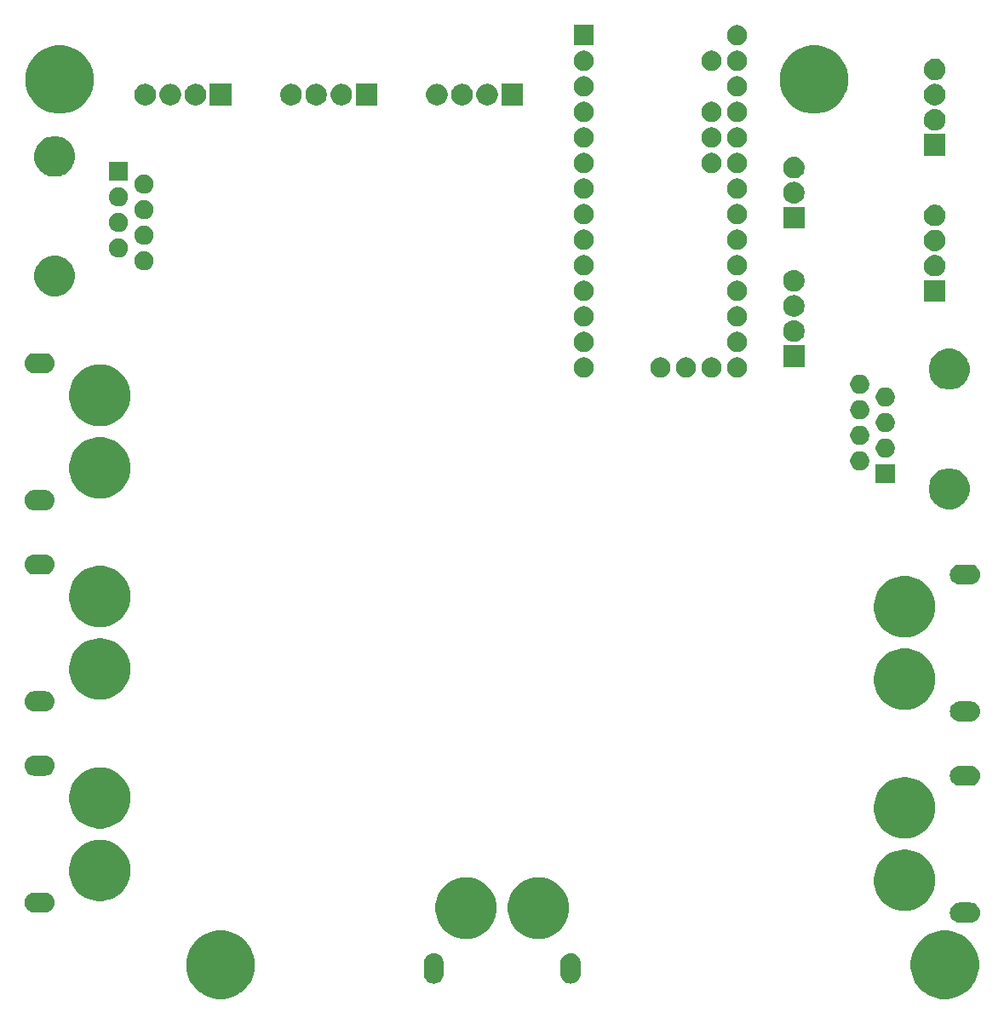
<source format=gbr>
G04 #@! TF.GenerationSoftware,KiCad,Pcbnew,(5.1.4-0-10_14)*
G04 #@! TF.CreationDate,2019-09-27T20:48:51-06:00*
G04 #@! TF.ProjectId,LED suit power,4c454420-7375-4697-9420-706f7765722e,rev?*
G04 #@! TF.SameCoordinates,Original*
G04 #@! TF.FileFunction,Soldermask,Bot*
G04 #@! TF.FilePolarity,Negative*
%FSLAX46Y46*%
G04 Gerber Fmt 4.6, Leading zero omitted, Abs format (unit mm)*
G04 Created by KiCad (PCBNEW (5.1.4-0-10_14)) date 2019-09-27 20:48:51*
%MOMM*%
%LPD*%
G04 APERTURE LIST*
%ADD10C,0.100000*%
G04 APERTURE END LIST*
D10*
G36*
X194663307Y-190665330D02*
G01*
X194991743Y-190730660D01*
X195610504Y-190986959D01*
X195630021Y-191000000D01*
X196167373Y-191359047D01*
X196640953Y-191832627D01*
X196699645Y-191920466D01*
X197013041Y-192389496D01*
X197233467Y-192921651D01*
X197269340Y-193008258D01*
X197400000Y-193665128D01*
X197400000Y-194334872D01*
X197373907Y-194466050D01*
X197269340Y-194991743D01*
X197013041Y-195610504D01*
X196962935Y-195685493D01*
X196640953Y-196167373D01*
X196167373Y-196640953D01*
X195955566Y-196782478D01*
X195610504Y-197013041D01*
X194991743Y-197269340D01*
X194663307Y-197334670D01*
X194334872Y-197400000D01*
X193665128Y-197400000D01*
X193336693Y-197334670D01*
X193008257Y-197269340D01*
X192389496Y-197013041D01*
X192044434Y-196782478D01*
X191832627Y-196640953D01*
X191359047Y-196167373D01*
X191037065Y-195685493D01*
X190986959Y-195610504D01*
X190730660Y-194991743D01*
X190626093Y-194466050D01*
X190600000Y-194334872D01*
X190600000Y-193665128D01*
X190730660Y-193008258D01*
X190766534Y-192921651D01*
X190986959Y-192389496D01*
X191300355Y-191920466D01*
X191359047Y-191832627D01*
X191832627Y-191359047D01*
X192369979Y-191000000D01*
X192389496Y-190986959D01*
X193008257Y-190730660D01*
X193336693Y-190665330D01*
X193665128Y-190600000D01*
X194334872Y-190600000D01*
X194663307Y-190665330D01*
X194663307Y-190665330D01*
G37*
G36*
X122663307Y-190665330D02*
G01*
X122991743Y-190730660D01*
X123610504Y-190986959D01*
X123630021Y-191000000D01*
X124167373Y-191359047D01*
X124640953Y-191832627D01*
X124699645Y-191920466D01*
X125013041Y-192389496D01*
X125233467Y-192921651D01*
X125269340Y-193008258D01*
X125400000Y-193665128D01*
X125400000Y-194334872D01*
X125373907Y-194466050D01*
X125269340Y-194991743D01*
X125013041Y-195610504D01*
X124962935Y-195685493D01*
X124640953Y-196167373D01*
X124167373Y-196640953D01*
X123955566Y-196782478D01*
X123610504Y-197013041D01*
X122991743Y-197269340D01*
X122663307Y-197334670D01*
X122334872Y-197400000D01*
X121665128Y-197400000D01*
X121336693Y-197334670D01*
X121008257Y-197269340D01*
X120389496Y-197013041D01*
X120044434Y-196782478D01*
X119832627Y-196640953D01*
X119359047Y-196167373D01*
X119037065Y-195685493D01*
X118986959Y-195610504D01*
X118730660Y-194991743D01*
X118626093Y-194466050D01*
X118600000Y-194334872D01*
X118600000Y-193665128D01*
X118730660Y-193008258D01*
X118766534Y-192921651D01*
X118986959Y-192389496D01*
X119300355Y-191920466D01*
X119359047Y-191832627D01*
X119832627Y-191359047D01*
X120369979Y-191000000D01*
X120389496Y-190986959D01*
X121008257Y-190730660D01*
X121336693Y-190665330D01*
X121665128Y-190600000D01*
X122334872Y-190600000D01*
X122663307Y-190665330D01*
X122663307Y-190665330D01*
G37*
G36*
X143396032Y-192864469D02*
G01*
X143446854Y-192879886D01*
X143584535Y-192921651D01*
X143584537Y-192921652D01*
X143758258Y-193014507D01*
X143910528Y-193139472D01*
X144035493Y-193291742D01*
X144128348Y-193465463D01*
X144185531Y-193653968D01*
X144200000Y-193800876D01*
X144200000Y-194899124D01*
X144185531Y-195046032D01*
X144185530Y-195046034D01*
X144129420Y-195231006D01*
X144128348Y-195234537D01*
X144035493Y-195408258D01*
X143910528Y-195560528D01*
X143758258Y-195685493D01*
X143626064Y-195756151D01*
X143584534Y-195778349D01*
X143513160Y-195800000D01*
X143396031Y-195835531D01*
X143200000Y-195854838D01*
X143003968Y-195835531D01*
X142886839Y-195800000D01*
X142815465Y-195778349D01*
X142815463Y-195778348D01*
X142641742Y-195685493D01*
X142489472Y-195560528D01*
X142364507Y-195408258D01*
X142271652Y-195234536D01*
X142214469Y-195046031D01*
X142200000Y-194899123D01*
X142200000Y-193800876D01*
X142214469Y-193653965D01*
X142271651Y-193465466D01*
X142364508Y-193291742D01*
X142489473Y-193139472D01*
X142641743Y-193014507D01*
X142815464Y-192921652D01*
X142815466Y-192921651D01*
X142953147Y-192879886D01*
X143003969Y-192864469D01*
X143200000Y-192845162D01*
X143396032Y-192864469D01*
X143396032Y-192864469D01*
G37*
G36*
X156996032Y-192864469D02*
G01*
X157046854Y-192879886D01*
X157184535Y-192921651D01*
X157184537Y-192921652D01*
X157358258Y-193014507D01*
X157510528Y-193139472D01*
X157635493Y-193291742D01*
X157728348Y-193465463D01*
X157785531Y-193653968D01*
X157800000Y-193800876D01*
X157800000Y-194899124D01*
X157785531Y-195046032D01*
X157785530Y-195046034D01*
X157729420Y-195231006D01*
X157728348Y-195234537D01*
X157635493Y-195408258D01*
X157510528Y-195560528D01*
X157358258Y-195685493D01*
X157226064Y-195756151D01*
X157184534Y-195778349D01*
X157113160Y-195800000D01*
X156996031Y-195835531D01*
X156800000Y-195854838D01*
X156603968Y-195835531D01*
X156486839Y-195800000D01*
X156415465Y-195778349D01*
X156415463Y-195778348D01*
X156241742Y-195685493D01*
X156089472Y-195560528D01*
X155964507Y-195408258D01*
X155871652Y-195234536D01*
X155814469Y-195046031D01*
X155800000Y-194899123D01*
X155800000Y-193800876D01*
X155814469Y-193653965D01*
X155871651Y-193465466D01*
X155964508Y-193291742D01*
X156089473Y-193139472D01*
X156241743Y-193014507D01*
X156415464Y-192921652D01*
X156415466Y-192921651D01*
X156553147Y-192879886D01*
X156603969Y-192864469D01*
X156800000Y-192845162D01*
X156996032Y-192864469D01*
X156996032Y-192864469D01*
G37*
G36*
X153984251Y-185316679D02*
G01*
X154489652Y-185417209D01*
X155044717Y-185647125D01*
X155544262Y-185980910D01*
X155969090Y-186405738D01*
X156302875Y-186905283D01*
X156532791Y-187460348D01*
X156650000Y-188049601D01*
X156650000Y-188650399D01*
X156532791Y-189239652D01*
X156302875Y-189794717D01*
X155969090Y-190294262D01*
X155544262Y-190719090D01*
X155044717Y-191052875D01*
X154489652Y-191282791D01*
X153984251Y-191383321D01*
X153900400Y-191400000D01*
X153299600Y-191400000D01*
X153215749Y-191383321D01*
X152710348Y-191282791D01*
X152155283Y-191052875D01*
X151655738Y-190719090D01*
X151230910Y-190294262D01*
X150897125Y-189794717D01*
X150667209Y-189239652D01*
X150550000Y-188650399D01*
X150550000Y-188049601D01*
X150667209Y-187460348D01*
X150897125Y-186905283D01*
X151230910Y-186405738D01*
X151655738Y-185980910D01*
X152155283Y-185647125D01*
X152710348Y-185417209D01*
X153215749Y-185316679D01*
X153299600Y-185300000D01*
X153900400Y-185300000D01*
X153984251Y-185316679D01*
X153984251Y-185316679D01*
G37*
G36*
X146784251Y-185316679D02*
G01*
X147289652Y-185417209D01*
X147844717Y-185647125D01*
X148344262Y-185980910D01*
X148769090Y-186405738D01*
X149102875Y-186905283D01*
X149332791Y-187460348D01*
X149450000Y-188049601D01*
X149450000Y-188650399D01*
X149332791Y-189239652D01*
X149102875Y-189794717D01*
X148769090Y-190294262D01*
X148344262Y-190719090D01*
X147844717Y-191052875D01*
X147289652Y-191282791D01*
X146784251Y-191383321D01*
X146700400Y-191400000D01*
X146099600Y-191400000D01*
X146015749Y-191383321D01*
X145510348Y-191282791D01*
X144955283Y-191052875D01*
X144455738Y-190719090D01*
X144030910Y-190294262D01*
X143697125Y-189794717D01*
X143467209Y-189239652D01*
X143350000Y-188650399D01*
X143350000Y-188049601D01*
X143467209Y-187460348D01*
X143697125Y-186905283D01*
X144030910Y-186405738D01*
X144455738Y-185980910D01*
X144955283Y-185647125D01*
X145510348Y-185417209D01*
X146015749Y-185316679D01*
X146099600Y-185300000D01*
X146700400Y-185300000D01*
X146784251Y-185316679D01*
X146784251Y-185316679D01*
G37*
G36*
X196696032Y-187814469D02*
G01*
X196790285Y-187843061D01*
X196884535Y-187871651D01*
X196884537Y-187871652D01*
X197058258Y-187964507D01*
X197210528Y-188089472D01*
X197335493Y-188241742D01*
X197428348Y-188415463D01*
X197485531Y-188603968D01*
X197504838Y-188800000D01*
X197485531Y-188996032D01*
X197428348Y-189184537D01*
X197335493Y-189358258D01*
X197210528Y-189510528D01*
X197058258Y-189635493D01*
X196884537Y-189728348D01*
X196884535Y-189728349D01*
X196790285Y-189756939D01*
X196696032Y-189785531D01*
X196549124Y-189800000D01*
X195450876Y-189800000D01*
X195303968Y-189785531D01*
X195209715Y-189756939D01*
X195115465Y-189728349D01*
X195115463Y-189728348D01*
X194941742Y-189635493D01*
X194789472Y-189510528D01*
X194664507Y-189358258D01*
X194571652Y-189184537D01*
X194514469Y-188996032D01*
X194495162Y-188800000D01*
X194514469Y-188603968D01*
X194571652Y-188415463D01*
X194664507Y-188241742D01*
X194789472Y-188089472D01*
X194941742Y-187964507D01*
X195115463Y-187871652D01*
X195115465Y-187871651D01*
X195209715Y-187843061D01*
X195303968Y-187814469D01*
X195450876Y-187800000D01*
X196549124Y-187800000D01*
X196696032Y-187814469D01*
X196696032Y-187814469D01*
G37*
G36*
X104696032Y-186814469D02*
G01*
X104790284Y-186843060D01*
X104884535Y-186871651D01*
X104884537Y-186871652D01*
X105058258Y-186964507D01*
X105210528Y-187089472D01*
X105335493Y-187241742D01*
X105428348Y-187415463D01*
X105428349Y-187415465D01*
X105441964Y-187460348D01*
X105485531Y-187603968D01*
X105504838Y-187800000D01*
X105485531Y-187996032D01*
X105470305Y-188046224D01*
X105440094Y-188145818D01*
X105428348Y-188184537D01*
X105335493Y-188358258D01*
X105210528Y-188510528D01*
X105058258Y-188635493D01*
X104884537Y-188728348D01*
X104884535Y-188728349D01*
X104790285Y-188756939D01*
X104696032Y-188785531D01*
X104549124Y-188800000D01*
X103450876Y-188800000D01*
X103303968Y-188785531D01*
X103209715Y-188756939D01*
X103115465Y-188728349D01*
X103115463Y-188728348D01*
X102941742Y-188635493D01*
X102789472Y-188510528D01*
X102664507Y-188358258D01*
X102571652Y-188184537D01*
X102559907Y-188145818D01*
X102529695Y-188046224D01*
X102514469Y-187996032D01*
X102495162Y-187800000D01*
X102514469Y-187603968D01*
X102558036Y-187460348D01*
X102571651Y-187415465D01*
X102571652Y-187415463D01*
X102664507Y-187241742D01*
X102789472Y-187089472D01*
X102941742Y-186964507D01*
X103115463Y-186871652D01*
X103115465Y-186871651D01*
X103209716Y-186843060D01*
X103303968Y-186814469D01*
X103450876Y-186800000D01*
X104549124Y-186800000D01*
X104696032Y-186814469D01*
X104696032Y-186814469D01*
G37*
G36*
X190384251Y-182566679D02*
G01*
X190889652Y-182667209D01*
X191444717Y-182897125D01*
X191944262Y-183230910D01*
X192369090Y-183655738D01*
X192702875Y-184155283D01*
X192932791Y-184710348D01*
X193018995Y-185143726D01*
X193050000Y-185299600D01*
X193050000Y-185900400D01*
X193043902Y-185931056D01*
X192932791Y-186489652D01*
X192702875Y-187044717D01*
X192369090Y-187544262D01*
X191944262Y-187969090D01*
X191444717Y-188302875D01*
X190889652Y-188532791D01*
X190384251Y-188633321D01*
X190300400Y-188650000D01*
X189699600Y-188650000D01*
X189615749Y-188633321D01*
X189110348Y-188532791D01*
X188555283Y-188302875D01*
X188055738Y-187969090D01*
X187630910Y-187544262D01*
X187297125Y-187044717D01*
X187067209Y-186489652D01*
X186956098Y-185931056D01*
X186950000Y-185900400D01*
X186950000Y-185299600D01*
X186981005Y-185143726D01*
X187067209Y-184710348D01*
X187297125Y-184155283D01*
X187630910Y-183655738D01*
X188055738Y-183230910D01*
X188555283Y-182897125D01*
X189110348Y-182667209D01*
X189615749Y-182566679D01*
X189699600Y-182550000D01*
X190300400Y-182550000D01*
X190384251Y-182566679D01*
X190384251Y-182566679D01*
G37*
G36*
X110384251Y-181566679D02*
G01*
X110889652Y-181667209D01*
X111444717Y-181897125D01*
X111944262Y-182230910D01*
X112369090Y-182655738D01*
X112702875Y-183155283D01*
X112932791Y-183710348D01*
X113021294Y-184155285D01*
X113050000Y-184299600D01*
X113050000Y-184900400D01*
X113043799Y-184931574D01*
X112932791Y-185489652D01*
X112702875Y-186044717D01*
X112369090Y-186544262D01*
X111944262Y-186969090D01*
X111444717Y-187302875D01*
X110889652Y-187532791D01*
X110435640Y-187623099D01*
X110300400Y-187650000D01*
X109699600Y-187650000D01*
X109564360Y-187623099D01*
X109110348Y-187532791D01*
X108555283Y-187302875D01*
X108055738Y-186969090D01*
X107630910Y-186544262D01*
X107297125Y-186044717D01*
X107067209Y-185489652D01*
X106956201Y-184931574D01*
X106950000Y-184900400D01*
X106950000Y-184299600D01*
X106978706Y-184155285D01*
X107067209Y-183710348D01*
X107297125Y-183155283D01*
X107630910Y-182655738D01*
X108055738Y-182230910D01*
X108555283Y-181897125D01*
X109110348Y-181667209D01*
X109615749Y-181566679D01*
X109699600Y-181550000D01*
X110300400Y-181550000D01*
X110384251Y-181566679D01*
X110384251Y-181566679D01*
G37*
G36*
X190384251Y-175366679D02*
G01*
X190889652Y-175467209D01*
X191444717Y-175697125D01*
X191944262Y-176030910D01*
X192369090Y-176455738D01*
X192702875Y-176955283D01*
X192932791Y-177510348D01*
X193018995Y-177943726D01*
X193050000Y-178099600D01*
X193050000Y-178700400D01*
X193043902Y-178731056D01*
X192932791Y-179289652D01*
X192702875Y-179844717D01*
X192369090Y-180344262D01*
X191944262Y-180769090D01*
X191444717Y-181102875D01*
X190889652Y-181332791D01*
X190384251Y-181433321D01*
X190300400Y-181450000D01*
X189699600Y-181450000D01*
X189615749Y-181433321D01*
X189110348Y-181332791D01*
X188555283Y-181102875D01*
X188055738Y-180769090D01*
X187630910Y-180344262D01*
X187297125Y-179844717D01*
X187067209Y-179289652D01*
X186956098Y-178731056D01*
X186950000Y-178700400D01*
X186950000Y-178099600D01*
X186981005Y-177943726D01*
X187067209Y-177510348D01*
X187297125Y-176955283D01*
X187630910Y-176455738D01*
X188055738Y-176030910D01*
X188555283Y-175697125D01*
X189110348Y-175467209D01*
X189615749Y-175366679D01*
X189699600Y-175350000D01*
X190300400Y-175350000D01*
X190384251Y-175366679D01*
X190384251Y-175366679D01*
G37*
G36*
X110373331Y-174364507D02*
G01*
X110889652Y-174467209D01*
X111444717Y-174697125D01*
X111944262Y-175030910D01*
X112369090Y-175455738D01*
X112702875Y-175955283D01*
X112932791Y-176510348D01*
X113021294Y-176955285D01*
X113050000Y-177099600D01*
X113050000Y-177700400D01*
X113043799Y-177731574D01*
X112932791Y-178289652D01*
X112702875Y-178844717D01*
X112369090Y-179344262D01*
X111944262Y-179769090D01*
X111444717Y-180102875D01*
X110889652Y-180332791D01*
X110384251Y-180433321D01*
X110300400Y-180450000D01*
X109699600Y-180450000D01*
X109615749Y-180433321D01*
X109110348Y-180332791D01*
X108555283Y-180102875D01*
X108055738Y-179769090D01*
X107630910Y-179344262D01*
X107297125Y-178844717D01*
X107067209Y-178289652D01*
X106956201Y-177731574D01*
X106950000Y-177700400D01*
X106950000Y-177099600D01*
X106978706Y-176955285D01*
X107067209Y-176510348D01*
X107297125Y-175955283D01*
X107630910Y-175455738D01*
X108055738Y-175030910D01*
X108555283Y-174697125D01*
X109110348Y-174467209D01*
X109626669Y-174364507D01*
X109699600Y-174350000D01*
X110300400Y-174350000D01*
X110373331Y-174364507D01*
X110373331Y-174364507D01*
G37*
G36*
X196696032Y-174214469D02*
G01*
X196790285Y-174243061D01*
X196884535Y-174271651D01*
X196884537Y-174271652D01*
X197058258Y-174364507D01*
X197210528Y-174489472D01*
X197335493Y-174641742D01*
X197428348Y-174815463D01*
X197485531Y-175003968D01*
X197504838Y-175200000D01*
X197485531Y-175396032D01*
X197463939Y-175467209D01*
X197437680Y-175553776D01*
X197428348Y-175584537D01*
X197335493Y-175758258D01*
X197210528Y-175910528D01*
X197058258Y-176035493D01*
X196884537Y-176128348D01*
X196884535Y-176128349D01*
X196790285Y-176156939D01*
X196696032Y-176185531D01*
X196549124Y-176200000D01*
X195450876Y-176200000D01*
X195303968Y-176185531D01*
X195209715Y-176156939D01*
X195115465Y-176128349D01*
X195115463Y-176128348D01*
X194941742Y-176035493D01*
X194789472Y-175910528D01*
X194664507Y-175758258D01*
X194571652Y-175584537D01*
X194562321Y-175553776D01*
X194536061Y-175467209D01*
X194514469Y-175396032D01*
X194495162Y-175200000D01*
X194514469Y-175003968D01*
X194571652Y-174815463D01*
X194664507Y-174641742D01*
X194789472Y-174489472D01*
X194941742Y-174364507D01*
X195115463Y-174271652D01*
X195115465Y-174271651D01*
X195209715Y-174243061D01*
X195303968Y-174214469D01*
X195450876Y-174200000D01*
X196549124Y-174200000D01*
X196696032Y-174214469D01*
X196696032Y-174214469D01*
G37*
G36*
X104696032Y-173214469D02*
G01*
X104790284Y-173243060D01*
X104884535Y-173271651D01*
X104884537Y-173271652D01*
X105058258Y-173364507D01*
X105210528Y-173489472D01*
X105335493Y-173641742D01*
X105428348Y-173815463D01*
X105485531Y-174003968D01*
X105504838Y-174200000D01*
X105485531Y-174396032D01*
X105428348Y-174584537D01*
X105335493Y-174758258D01*
X105210528Y-174910528D01*
X105058258Y-175035493D01*
X104884537Y-175128348D01*
X104884535Y-175128349D01*
X104790285Y-175156939D01*
X104696032Y-175185531D01*
X104549124Y-175200000D01*
X103450876Y-175200000D01*
X103303968Y-175185531D01*
X103209715Y-175156939D01*
X103115465Y-175128349D01*
X103115463Y-175128348D01*
X102941742Y-175035493D01*
X102789472Y-174910528D01*
X102664507Y-174758258D01*
X102571652Y-174584537D01*
X102514469Y-174396032D01*
X102495162Y-174200000D01*
X102514469Y-174003968D01*
X102571652Y-173815463D01*
X102664507Y-173641742D01*
X102789472Y-173489472D01*
X102941742Y-173364507D01*
X103115463Y-173271652D01*
X103115465Y-173271651D01*
X103209716Y-173243060D01*
X103303968Y-173214469D01*
X103450876Y-173200000D01*
X104549124Y-173200000D01*
X104696032Y-173214469D01*
X104696032Y-173214469D01*
G37*
G36*
X196696032Y-167814469D02*
G01*
X196790284Y-167843060D01*
X196884535Y-167871651D01*
X196884537Y-167871652D01*
X197058258Y-167964507D01*
X197210528Y-168089472D01*
X197335493Y-168241742D01*
X197428348Y-168415463D01*
X197485531Y-168603968D01*
X197504838Y-168800000D01*
X197485531Y-168996032D01*
X197428348Y-169184537D01*
X197335493Y-169358258D01*
X197210528Y-169510528D01*
X197058258Y-169635493D01*
X196884537Y-169728348D01*
X196884535Y-169728349D01*
X196790285Y-169756939D01*
X196696032Y-169785531D01*
X196549124Y-169800000D01*
X195450876Y-169800000D01*
X195303968Y-169785531D01*
X195209715Y-169756939D01*
X195115465Y-169728349D01*
X195115463Y-169728348D01*
X194941742Y-169635493D01*
X194789472Y-169510528D01*
X194664507Y-169358258D01*
X194571652Y-169184537D01*
X194514469Y-168996032D01*
X194495162Y-168800000D01*
X194514469Y-168603968D01*
X194571652Y-168415463D01*
X194664507Y-168241742D01*
X194789472Y-168089472D01*
X194941742Y-167964507D01*
X195115463Y-167871652D01*
X195115465Y-167871651D01*
X195209716Y-167843060D01*
X195303968Y-167814469D01*
X195450876Y-167800000D01*
X196549124Y-167800000D01*
X196696032Y-167814469D01*
X196696032Y-167814469D01*
G37*
G36*
X104696032Y-166814469D02*
G01*
X104790284Y-166843060D01*
X104884535Y-166871651D01*
X104884537Y-166871652D01*
X105058258Y-166964507D01*
X105210528Y-167089472D01*
X105335493Y-167241742D01*
X105428348Y-167415463D01*
X105428349Y-167415465D01*
X105456940Y-167509716D01*
X105485531Y-167603968D01*
X105504838Y-167800000D01*
X105485531Y-167996032D01*
X105428348Y-168184537D01*
X105335493Y-168358258D01*
X105210528Y-168510528D01*
X105058258Y-168635493D01*
X104884537Y-168728348D01*
X104884535Y-168728349D01*
X104790284Y-168756940D01*
X104696032Y-168785531D01*
X104549124Y-168800000D01*
X103450876Y-168800000D01*
X103303968Y-168785531D01*
X103209716Y-168756940D01*
X103115465Y-168728349D01*
X103115463Y-168728348D01*
X102941742Y-168635493D01*
X102789472Y-168510528D01*
X102664507Y-168358258D01*
X102571652Y-168184537D01*
X102514469Y-167996032D01*
X102495162Y-167800000D01*
X102514469Y-167603968D01*
X102543060Y-167509716D01*
X102571651Y-167415465D01*
X102571652Y-167415463D01*
X102664507Y-167241742D01*
X102789472Y-167089472D01*
X102941742Y-166964507D01*
X103115463Y-166871652D01*
X103115465Y-166871651D01*
X103209716Y-166843060D01*
X103303968Y-166814469D01*
X103450876Y-166800000D01*
X104549124Y-166800000D01*
X104696032Y-166814469D01*
X104696032Y-166814469D01*
G37*
G36*
X190384251Y-162566679D02*
G01*
X190889652Y-162667209D01*
X191444717Y-162897125D01*
X191944262Y-163230910D01*
X192369090Y-163655738D01*
X192702875Y-164155283D01*
X192932791Y-164710348D01*
X193018995Y-165143726D01*
X193050000Y-165299600D01*
X193050000Y-165900400D01*
X193043902Y-165931056D01*
X192932791Y-166489652D01*
X192702875Y-167044717D01*
X192369090Y-167544262D01*
X191944262Y-167969090D01*
X191444717Y-168302875D01*
X190889652Y-168532791D01*
X190384251Y-168633321D01*
X190300400Y-168650000D01*
X189699600Y-168650000D01*
X189615749Y-168633321D01*
X189110348Y-168532791D01*
X188555283Y-168302875D01*
X188055738Y-167969090D01*
X187630910Y-167544262D01*
X187297125Y-167044717D01*
X187067209Y-166489652D01*
X186956098Y-165931056D01*
X186950000Y-165900400D01*
X186950000Y-165299600D01*
X186981005Y-165143726D01*
X187067209Y-164710348D01*
X187297125Y-164155283D01*
X187630910Y-163655738D01*
X188055738Y-163230910D01*
X188555283Y-162897125D01*
X189110348Y-162667209D01*
X189615749Y-162566679D01*
X189699600Y-162550000D01*
X190300400Y-162550000D01*
X190384251Y-162566679D01*
X190384251Y-162566679D01*
G37*
G36*
X110384251Y-161566679D02*
G01*
X110889652Y-161667209D01*
X111444717Y-161897125D01*
X111944262Y-162230910D01*
X112369090Y-162655738D01*
X112702875Y-163155283D01*
X112932791Y-163710348D01*
X113021294Y-164155285D01*
X113050000Y-164299600D01*
X113050000Y-164900400D01*
X113043799Y-164931574D01*
X112932791Y-165489652D01*
X112702875Y-166044717D01*
X112369090Y-166544262D01*
X111944262Y-166969090D01*
X111444717Y-167302875D01*
X110889652Y-167532791D01*
X110384251Y-167633321D01*
X110300400Y-167650000D01*
X109699600Y-167650000D01*
X109615749Y-167633321D01*
X109110348Y-167532791D01*
X108555283Y-167302875D01*
X108055738Y-166969090D01*
X107630910Y-166544262D01*
X107297125Y-166044717D01*
X107067209Y-165489652D01*
X106956201Y-164931574D01*
X106950000Y-164900400D01*
X106950000Y-164299600D01*
X106978706Y-164155285D01*
X107067209Y-163710348D01*
X107297125Y-163155283D01*
X107630910Y-162655738D01*
X108055738Y-162230910D01*
X108555283Y-161897125D01*
X109110348Y-161667209D01*
X109615749Y-161566679D01*
X109699600Y-161550000D01*
X110300400Y-161550000D01*
X110384251Y-161566679D01*
X110384251Y-161566679D01*
G37*
G36*
X190384251Y-155366679D02*
G01*
X190889652Y-155467209D01*
X191444717Y-155697125D01*
X191944262Y-156030910D01*
X192369090Y-156455738D01*
X192702875Y-156955283D01*
X192932791Y-157510348D01*
X193018995Y-157943726D01*
X193050000Y-158099600D01*
X193050000Y-158700400D01*
X193043902Y-158731056D01*
X192932791Y-159289652D01*
X192702875Y-159844717D01*
X192369090Y-160344262D01*
X191944262Y-160769090D01*
X191444717Y-161102875D01*
X190889652Y-161332791D01*
X190384251Y-161433321D01*
X190300400Y-161450000D01*
X189699600Y-161450000D01*
X189615749Y-161433321D01*
X189110348Y-161332791D01*
X188555283Y-161102875D01*
X188055738Y-160769090D01*
X187630910Y-160344262D01*
X187297125Y-159844717D01*
X187067209Y-159289652D01*
X186956098Y-158731056D01*
X186950000Y-158700400D01*
X186950000Y-158099600D01*
X186981005Y-157943726D01*
X187067209Y-157510348D01*
X187297125Y-156955283D01*
X187630910Y-156455738D01*
X188055738Y-156030910D01*
X188555283Y-155697125D01*
X189110348Y-155467209D01*
X189615749Y-155366679D01*
X189699600Y-155350000D01*
X190300400Y-155350000D01*
X190384251Y-155366679D01*
X190384251Y-155366679D01*
G37*
G36*
X110373331Y-154364507D02*
G01*
X110889652Y-154467209D01*
X111444717Y-154697125D01*
X111944262Y-155030910D01*
X112369090Y-155455738D01*
X112702875Y-155955283D01*
X112932791Y-156510348D01*
X113021294Y-156955285D01*
X113050000Y-157099600D01*
X113050000Y-157700400D01*
X113043799Y-157731574D01*
X112932791Y-158289652D01*
X112702875Y-158844717D01*
X112369090Y-159344262D01*
X111944262Y-159769090D01*
X111444717Y-160102875D01*
X110889652Y-160332791D01*
X110384251Y-160433321D01*
X110300400Y-160450000D01*
X109699600Y-160450000D01*
X109615749Y-160433321D01*
X109110348Y-160332791D01*
X108555283Y-160102875D01*
X108055738Y-159769090D01*
X107630910Y-159344262D01*
X107297125Y-158844717D01*
X107067209Y-158289652D01*
X106956201Y-157731574D01*
X106950000Y-157700400D01*
X106950000Y-157099600D01*
X106978706Y-156955285D01*
X107067209Y-156510348D01*
X107297125Y-155955283D01*
X107630910Y-155455738D01*
X108055738Y-155030910D01*
X108555283Y-154697125D01*
X109110348Y-154467209D01*
X109626669Y-154364507D01*
X109699600Y-154350000D01*
X110300400Y-154350000D01*
X110373331Y-154364507D01*
X110373331Y-154364507D01*
G37*
G36*
X196696032Y-154214469D02*
G01*
X196790285Y-154243061D01*
X196884535Y-154271651D01*
X196884537Y-154271652D01*
X197058258Y-154364507D01*
X197210528Y-154489472D01*
X197335493Y-154641742D01*
X197428348Y-154815463D01*
X197485531Y-155003968D01*
X197504838Y-155200000D01*
X197485531Y-155396032D01*
X197463939Y-155467209D01*
X197437680Y-155553776D01*
X197428348Y-155584537D01*
X197335493Y-155758258D01*
X197210528Y-155910528D01*
X197058258Y-156035493D01*
X196884537Y-156128348D01*
X196884535Y-156128349D01*
X196790285Y-156156939D01*
X196696032Y-156185531D01*
X196549124Y-156200000D01*
X195450876Y-156200000D01*
X195303968Y-156185531D01*
X195209716Y-156156940D01*
X195115465Y-156128349D01*
X195115463Y-156128348D01*
X194941742Y-156035493D01*
X194789472Y-155910528D01*
X194664507Y-155758258D01*
X194571652Y-155584537D01*
X194562321Y-155553776D01*
X194536061Y-155467209D01*
X194514469Y-155396032D01*
X194495162Y-155200000D01*
X194514469Y-155003968D01*
X194571652Y-154815463D01*
X194664507Y-154641742D01*
X194789472Y-154489472D01*
X194941742Y-154364507D01*
X195115463Y-154271652D01*
X195115465Y-154271651D01*
X195209715Y-154243061D01*
X195303968Y-154214469D01*
X195450876Y-154200000D01*
X196549124Y-154200000D01*
X196696032Y-154214469D01*
X196696032Y-154214469D01*
G37*
G36*
X104696032Y-153214469D02*
G01*
X104790285Y-153243061D01*
X104884535Y-153271651D01*
X104884537Y-153271652D01*
X105058258Y-153364507D01*
X105210528Y-153489472D01*
X105335493Y-153641742D01*
X105428348Y-153815463D01*
X105485531Y-154003968D01*
X105504838Y-154200000D01*
X105485531Y-154396032D01*
X105428348Y-154584537D01*
X105335493Y-154758258D01*
X105210528Y-154910528D01*
X105058258Y-155035493D01*
X104884537Y-155128348D01*
X104884535Y-155128349D01*
X104790284Y-155156940D01*
X104696032Y-155185531D01*
X104549124Y-155200000D01*
X103450876Y-155200000D01*
X103303968Y-155185531D01*
X103209716Y-155156940D01*
X103115465Y-155128349D01*
X103115463Y-155128348D01*
X102941742Y-155035493D01*
X102789472Y-154910528D01*
X102664507Y-154758258D01*
X102571652Y-154584537D01*
X102514469Y-154396032D01*
X102495162Y-154200000D01*
X102514469Y-154003968D01*
X102571652Y-153815463D01*
X102664507Y-153641742D01*
X102789472Y-153489472D01*
X102941742Y-153364507D01*
X103115463Y-153271652D01*
X103115465Y-153271651D01*
X103209715Y-153243061D01*
X103303968Y-153214469D01*
X103450876Y-153200000D01*
X104549124Y-153200000D01*
X104696032Y-153214469D01*
X104696032Y-153214469D01*
G37*
G36*
X104696032Y-146814469D02*
G01*
X104790285Y-146843061D01*
X104884535Y-146871651D01*
X104884537Y-146871652D01*
X105058258Y-146964507D01*
X105210528Y-147089472D01*
X105335493Y-147241742D01*
X105428348Y-147415463D01*
X105485531Y-147603968D01*
X105504838Y-147800000D01*
X105485531Y-147996032D01*
X105428348Y-148184537D01*
X105335493Y-148358258D01*
X105210528Y-148510528D01*
X105058258Y-148635493D01*
X104950027Y-148693343D01*
X104884535Y-148728349D01*
X104790285Y-148756939D01*
X104696032Y-148785531D01*
X104549124Y-148800000D01*
X103450876Y-148800000D01*
X103303968Y-148785531D01*
X103209716Y-148756940D01*
X103115465Y-148728349D01*
X103049973Y-148693343D01*
X102941742Y-148635493D01*
X102789472Y-148510528D01*
X102664507Y-148358258D01*
X102571652Y-148184537D01*
X102514469Y-147996032D01*
X102495162Y-147800000D01*
X102514469Y-147603968D01*
X102571652Y-147415463D01*
X102664507Y-147241742D01*
X102789472Y-147089472D01*
X102941742Y-146964507D01*
X103115463Y-146871652D01*
X103115465Y-146871651D01*
X103209715Y-146843061D01*
X103303968Y-146814469D01*
X103450876Y-146800000D01*
X104549124Y-146800000D01*
X104696032Y-146814469D01*
X104696032Y-146814469D01*
G37*
G36*
X195025671Y-144721162D02*
G01*
X195178320Y-144784391D01*
X195394198Y-144873811D01*
X195725863Y-145095423D01*
X196007921Y-145377481D01*
X196229533Y-145709146D01*
X196308587Y-145900000D01*
X196382182Y-146077673D01*
X196460001Y-146468897D01*
X196460001Y-146867789D01*
X196382182Y-147259013D01*
X196318953Y-147411662D01*
X196229533Y-147627540D01*
X196007921Y-147959205D01*
X195725863Y-148241263D01*
X195394198Y-148462875D01*
X195178320Y-148552295D01*
X195025671Y-148615524D01*
X194634447Y-148693343D01*
X194235555Y-148693343D01*
X193844331Y-148615524D01*
X193691682Y-148552295D01*
X193475804Y-148462875D01*
X193144139Y-148241263D01*
X192862081Y-147959205D01*
X192640469Y-147627540D01*
X192551049Y-147411662D01*
X192487820Y-147259013D01*
X192410001Y-146867789D01*
X192410001Y-146468897D01*
X192487820Y-146077673D01*
X192561415Y-145900000D01*
X192640469Y-145709146D01*
X192862081Y-145377481D01*
X193144139Y-145095423D01*
X193475804Y-144873811D01*
X193691682Y-144784391D01*
X193844331Y-144721162D01*
X194235555Y-144643343D01*
X194634447Y-144643343D01*
X195025671Y-144721162D01*
X195025671Y-144721162D01*
G37*
G36*
X110384251Y-141566679D02*
G01*
X110889652Y-141667209D01*
X111444717Y-141897125D01*
X111944262Y-142230910D01*
X112369090Y-142655738D01*
X112702875Y-143155283D01*
X112932791Y-143710348D01*
X113050000Y-144299601D01*
X113050000Y-144900399D01*
X112932791Y-145489652D01*
X112702875Y-146044717D01*
X112369090Y-146544262D01*
X111944262Y-146969090D01*
X111444717Y-147302875D01*
X110889652Y-147532791D01*
X110384251Y-147633321D01*
X110300400Y-147650000D01*
X109699600Y-147650000D01*
X109615749Y-147633321D01*
X109110348Y-147532791D01*
X108555283Y-147302875D01*
X108055738Y-146969090D01*
X107630910Y-146544262D01*
X107297125Y-146044717D01*
X107067209Y-145489652D01*
X106950000Y-144900399D01*
X106950000Y-144299601D01*
X107067209Y-143710348D01*
X107297125Y-143155283D01*
X107630910Y-142655738D01*
X108055738Y-142230910D01*
X108555283Y-141897125D01*
X109110348Y-141667209D01*
X109615749Y-141566679D01*
X109699600Y-141550000D01*
X110300400Y-141550000D01*
X110384251Y-141566679D01*
X110384251Y-141566679D01*
G37*
G36*
X189035001Y-146128343D02*
G01*
X187135001Y-146128343D01*
X187135001Y-144228343D01*
X189035001Y-144228343D01*
X189035001Y-146128343D01*
X189035001Y-146128343D01*
G37*
G36*
X185730337Y-142976597D02*
G01*
X185822106Y-142994851D01*
X185994995Y-143066464D01*
X186150591Y-143170430D01*
X186282914Y-143302753D01*
X186386880Y-143458349D01*
X186458493Y-143631238D01*
X186495001Y-143814776D01*
X186495001Y-144001910D01*
X186458493Y-144185448D01*
X186386880Y-144358337D01*
X186282914Y-144513933D01*
X186150591Y-144646256D01*
X185994995Y-144750222D01*
X185822106Y-144821835D01*
X185730337Y-144840089D01*
X185638569Y-144858343D01*
X185451433Y-144858343D01*
X185359665Y-144840089D01*
X185267896Y-144821835D01*
X185095007Y-144750222D01*
X184939411Y-144646256D01*
X184807088Y-144513933D01*
X184703122Y-144358337D01*
X184631509Y-144185448D01*
X184595001Y-144001910D01*
X184595001Y-143814776D01*
X184631509Y-143631238D01*
X184703122Y-143458349D01*
X184807088Y-143302753D01*
X184939411Y-143170430D01*
X185095007Y-143066464D01*
X185267896Y-142994851D01*
X185359665Y-142976597D01*
X185451433Y-142958343D01*
X185638569Y-142958343D01*
X185730337Y-142976597D01*
X185730337Y-142976597D01*
G37*
G36*
X188270337Y-141706597D02*
G01*
X188362106Y-141724851D01*
X188534995Y-141796464D01*
X188690591Y-141900430D01*
X188822914Y-142032753D01*
X188926880Y-142188349D01*
X188965603Y-142281835D01*
X188998493Y-142361239D01*
X189031446Y-142526901D01*
X189035001Y-142544776D01*
X189035001Y-142731910D01*
X188998493Y-142915448D01*
X188926880Y-143088337D01*
X188822914Y-143243933D01*
X188690591Y-143376256D01*
X188534995Y-143480222D01*
X188362106Y-143551835D01*
X188270337Y-143570089D01*
X188178569Y-143588343D01*
X187991433Y-143588343D01*
X187899665Y-143570089D01*
X187807896Y-143551835D01*
X187635007Y-143480222D01*
X187479411Y-143376256D01*
X187347088Y-143243933D01*
X187243122Y-143088337D01*
X187171509Y-142915448D01*
X187135001Y-142731910D01*
X187135001Y-142544776D01*
X187138557Y-142526901D01*
X187171509Y-142361239D01*
X187204399Y-142281835D01*
X187243122Y-142188349D01*
X187347088Y-142032753D01*
X187479411Y-141900430D01*
X187635007Y-141796464D01*
X187807896Y-141724851D01*
X187899665Y-141706597D01*
X187991433Y-141688343D01*
X188178569Y-141688343D01*
X188270337Y-141706597D01*
X188270337Y-141706597D01*
G37*
G36*
X185730337Y-140436597D02*
G01*
X185822106Y-140454851D01*
X185994995Y-140526464D01*
X186150591Y-140630430D01*
X186282914Y-140762753D01*
X186386880Y-140918349D01*
X186458493Y-141091238D01*
X186495001Y-141274776D01*
X186495001Y-141461910D01*
X186458493Y-141645448D01*
X186386880Y-141818337D01*
X186282914Y-141973933D01*
X186150591Y-142106256D01*
X185994995Y-142210222D01*
X185822106Y-142281835D01*
X185730337Y-142300089D01*
X185638569Y-142318343D01*
X185451433Y-142318343D01*
X185359665Y-142300089D01*
X185267896Y-142281835D01*
X185095007Y-142210222D01*
X184939411Y-142106256D01*
X184807088Y-141973933D01*
X184703122Y-141818337D01*
X184631509Y-141645448D01*
X184595001Y-141461910D01*
X184595001Y-141274776D01*
X184631509Y-141091238D01*
X184703122Y-140918349D01*
X184807088Y-140762753D01*
X184939411Y-140630430D01*
X185095007Y-140526464D01*
X185267896Y-140454851D01*
X185359665Y-140436597D01*
X185451433Y-140418343D01*
X185638569Y-140418343D01*
X185730337Y-140436597D01*
X185730337Y-140436597D01*
G37*
G36*
X188270337Y-139166597D02*
G01*
X188362106Y-139184851D01*
X188534995Y-139256464D01*
X188690591Y-139360430D01*
X188822914Y-139492753D01*
X188926880Y-139648349D01*
X188998493Y-139821238D01*
X189035001Y-140004776D01*
X189035001Y-140191910D01*
X188998493Y-140375448D01*
X188926880Y-140548337D01*
X188822914Y-140703933D01*
X188690591Y-140836256D01*
X188534995Y-140940222D01*
X188362106Y-141011835D01*
X188270337Y-141030089D01*
X188178569Y-141048343D01*
X187991433Y-141048343D01*
X187899665Y-141030089D01*
X187807896Y-141011835D01*
X187635007Y-140940222D01*
X187479411Y-140836256D01*
X187347088Y-140703933D01*
X187243122Y-140548337D01*
X187171509Y-140375448D01*
X187135001Y-140191910D01*
X187135001Y-140004776D01*
X187171509Y-139821238D01*
X187243122Y-139648349D01*
X187347088Y-139492753D01*
X187479411Y-139360430D01*
X187635007Y-139256464D01*
X187807896Y-139184851D01*
X187899665Y-139166597D01*
X187991433Y-139148343D01*
X188178569Y-139148343D01*
X188270337Y-139166597D01*
X188270337Y-139166597D01*
G37*
G36*
X110384251Y-134366679D02*
G01*
X110889652Y-134467209D01*
X111444717Y-134697125D01*
X111944262Y-135030910D01*
X112369090Y-135455738D01*
X112702875Y-135955283D01*
X112932791Y-136510348D01*
X113050000Y-137099601D01*
X113050000Y-137700399D01*
X112932791Y-138289652D01*
X112702875Y-138844717D01*
X112369090Y-139344262D01*
X111944262Y-139769090D01*
X111444717Y-140102875D01*
X110889652Y-140332791D01*
X110459550Y-140418343D01*
X110300400Y-140450000D01*
X109699600Y-140450000D01*
X109540450Y-140418343D01*
X109110348Y-140332791D01*
X108555283Y-140102875D01*
X108055738Y-139769090D01*
X107630910Y-139344262D01*
X107297125Y-138844717D01*
X107067209Y-138289652D01*
X106950000Y-137700399D01*
X106950000Y-137099601D01*
X107067209Y-136510348D01*
X107297125Y-135955283D01*
X107630910Y-135455738D01*
X108055738Y-135030910D01*
X108555283Y-134697125D01*
X109110348Y-134467209D01*
X109615749Y-134366679D01*
X109699600Y-134350000D01*
X110300400Y-134350000D01*
X110384251Y-134366679D01*
X110384251Y-134366679D01*
G37*
G36*
X185730337Y-137896597D02*
G01*
X185822106Y-137914851D01*
X185994995Y-137986464D01*
X186150591Y-138090430D01*
X186282914Y-138222753D01*
X186386880Y-138378349D01*
X186458493Y-138551238D01*
X186476747Y-138643007D01*
X186495001Y-138734775D01*
X186495001Y-138921911D01*
X186478636Y-139004182D01*
X186458493Y-139105448D01*
X186386880Y-139278337D01*
X186282914Y-139433933D01*
X186150591Y-139566256D01*
X185994995Y-139670222D01*
X185822106Y-139741835D01*
X185730337Y-139760089D01*
X185638569Y-139778343D01*
X185451433Y-139778343D01*
X185359665Y-139760089D01*
X185267896Y-139741835D01*
X185095007Y-139670222D01*
X184939411Y-139566256D01*
X184807088Y-139433933D01*
X184703122Y-139278337D01*
X184631509Y-139105448D01*
X184611366Y-139004182D01*
X184595001Y-138921911D01*
X184595001Y-138734775D01*
X184613255Y-138643007D01*
X184631509Y-138551238D01*
X184703122Y-138378349D01*
X184807088Y-138222753D01*
X184939411Y-138090430D01*
X185095007Y-137986464D01*
X185267896Y-137914851D01*
X185359665Y-137896597D01*
X185451433Y-137878343D01*
X185638569Y-137878343D01*
X185730337Y-137896597D01*
X185730337Y-137896597D01*
G37*
G36*
X188238841Y-136620332D02*
G01*
X188362106Y-136644851D01*
X188534995Y-136716464D01*
X188690591Y-136820430D01*
X188822914Y-136952753D01*
X188926880Y-137108349D01*
X188998493Y-137281238D01*
X189035001Y-137464776D01*
X189035001Y-137651910D01*
X188998493Y-137835448D01*
X188926880Y-138008337D01*
X188822914Y-138163933D01*
X188690591Y-138296256D01*
X188534995Y-138400222D01*
X188362106Y-138471835D01*
X188270337Y-138490089D01*
X188178569Y-138508343D01*
X187991433Y-138508343D01*
X187899665Y-138490089D01*
X187807896Y-138471835D01*
X187635007Y-138400222D01*
X187479411Y-138296256D01*
X187347088Y-138163933D01*
X187243122Y-138008337D01*
X187171509Y-137835448D01*
X187135001Y-137651910D01*
X187135001Y-137464776D01*
X187171509Y-137281238D01*
X187243122Y-137108349D01*
X187347088Y-136952753D01*
X187479411Y-136820430D01*
X187635007Y-136716464D01*
X187807896Y-136644851D01*
X187931161Y-136620332D01*
X187991433Y-136608343D01*
X188178569Y-136608343D01*
X188238841Y-136620332D01*
X188238841Y-136620332D01*
G37*
G36*
X185730337Y-135356597D02*
G01*
X185822106Y-135374851D01*
X185994995Y-135446464D01*
X186150591Y-135550430D01*
X186282914Y-135682753D01*
X186386880Y-135838349D01*
X186458493Y-136011238D01*
X186495001Y-136194776D01*
X186495001Y-136381910D01*
X186458493Y-136565448D01*
X186386880Y-136738337D01*
X186282914Y-136893933D01*
X186150591Y-137026256D01*
X185994995Y-137130222D01*
X185822106Y-137201835D01*
X185730337Y-137220089D01*
X185638569Y-137238343D01*
X185451433Y-137238343D01*
X185359665Y-137220089D01*
X185267896Y-137201835D01*
X185095007Y-137130222D01*
X184939411Y-137026256D01*
X184807088Y-136893933D01*
X184703122Y-136738337D01*
X184631509Y-136565448D01*
X184595001Y-136381910D01*
X184595001Y-136194776D01*
X184631509Y-136011238D01*
X184703122Y-135838349D01*
X184807088Y-135682753D01*
X184939411Y-135550430D01*
X185095007Y-135446464D01*
X185267896Y-135374851D01*
X185359665Y-135356597D01*
X185451433Y-135338343D01*
X185638569Y-135338343D01*
X185730337Y-135356597D01*
X185730337Y-135356597D01*
G37*
G36*
X195025671Y-132851162D02*
G01*
X195178320Y-132914391D01*
X195394198Y-133003811D01*
X195725863Y-133225423D01*
X196007921Y-133507481D01*
X196229533Y-133839146D01*
X196288927Y-133982537D01*
X196382182Y-134207673D01*
X196460001Y-134598897D01*
X196460001Y-134997789D01*
X196382182Y-135389013D01*
X196358385Y-135446464D01*
X196229533Y-135757540D01*
X196007921Y-136089205D01*
X195725863Y-136371263D01*
X195394198Y-136592875D01*
X195178320Y-136682295D01*
X195025671Y-136745524D01*
X194634447Y-136823343D01*
X194235555Y-136823343D01*
X193844331Y-136745524D01*
X193691682Y-136682295D01*
X193475804Y-136592875D01*
X193144139Y-136371263D01*
X192862081Y-136089205D01*
X192640469Y-135757540D01*
X192511617Y-135446464D01*
X192487820Y-135389013D01*
X192410001Y-134997789D01*
X192410001Y-134598897D01*
X192487820Y-134207673D01*
X192581075Y-133982537D01*
X192640469Y-133839146D01*
X192862081Y-133507481D01*
X193144139Y-133225423D01*
X193475804Y-133003811D01*
X193691682Y-132914391D01*
X193844331Y-132851162D01*
X194235555Y-132773343D01*
X194634447Y-132773343D01*
X195025671Y-132851162D01*
X195025671Y-132851162D01*
G37*
G36*
X158322797Y-133641742D02*
G01*
X158406689Y-133658429D01*
X158588678Y-133733811D01*
X158752463Y-133843249D01*
X158891751Y-133982537D01*
X159001189Y-134146322D01*
X159026601Y-134207673D01*
X159076571Y-134328312D01*
X159115000Y-134521507D01*
X159115000Y-134718493D01*
X159107090Y-134758258D01*
X159076571Y-134911689D01*
X159001189Y-135093678D01*
X158891751Y-135257463D01*
X158752463Y-135396751D01*
X158588678Y-135506189D01*
X158406689Y-135581571D01*
X158342290Y-135594381D01*
X158213493Y-135620000D01*
X158016507Y-135620000D01*
X157887710Y-135594381D01*
X157823311Y-135581571D01*
X157641322Y-135506189D01*
X157477537Y-135396751D01*
X157338249Y-135257463D01*
X157228811Y-135093678D01*
X157153429Y-134911689D01*
X157122910Y-134758258D01*
X157115000Y-134718493D01*
X157115000Y-134521507D01*
X157153429Y-134328312D01*
X157203399Y-134207673D01*
X157228811Y-134146322D01*
X157338249Y-133982537D01*
X157477537Y-133843249D01*
X157641322Y-133733811D01*
X157823311Y-133658429D01*
X157907203Y-133641742D01*
X158016507Y-133620000D01*
X158213493Y-133620000D01*
X158322797Y-133641742D01*
X158322797Y-133641742D01*
G37*
G36*
X168482797Y-133641742D02*
G01*
X168566689Y-133658429D01*
X168748678Y-133733811D01*
X168912463Y-133843249D01*
X169051751Y-133982537D01*
X169161189Y-134146322D01*
X169186601Y-134207673D01*
X169236571Y-134328312D01*
X169275000Y-134521507D01*
X169275000Y-134718493D01*
X169267090Y-134758258D01*
X169236571Y-134911689D01*
X169161189Y-135093678D01*
X169051751Y-135257463D01*
X168912463Y-135396751D01*
X168748678Y-135506189D01*
X168566689Y-135581571D01*
X168502290Y-135594381D01*
X168373493Y-135620000D01*
X168176507Y-135620000D01*
X168047710Y-135594381D01*
X167983311Y-135581571D01*
X167801322Y-135506189D01*
X167637537Y-135396751D01*
X167498249Y-135257463D01*
X167388811Y-135093678D01*
X167313429Y-134911689D01*
X167282910Y-134758258D01*
X167275000Y-134718493D01*
X167275000Y-134521507D01*
X167313429Y-134328312D01*
X167363399Y-134207673D01*
X167388811Y-134146322D01*
X167498249Y-133982537D01*
X167637537Y-133843249D01*
X167801322Y-133733811D01*
X167983311Y-133658429D01*
X168067203Y-133641742D01*
X168176507Y-133620000D01*
X168373493Y-133620000D01*
X168482797Y-133641742D01*
X168482797Y-133641742D01*
G37*
G36*
X173562797Y-133641742D02*
G01*
X173646689Y-133658429D01*
X173828678Y-133733811D01*
X173992463Y-133843249D01*
X174131751Y-133982537D01*
X174241189Y-134146322D01*
X174266601Y-134207673D01*
X174316571Y-134328312D01*
X174355000Y-134521507D01*
X174355000Y-134718493D01*
X174347090Y-134758258D01*
X174316571Y-134911689D01*
X174241189Y-135093678D01*
X174131751Y-135257463D01*
X173992463Y-135396751D01*
X173828678Y-135506189D01*
X173646689Y-135581571D01*
X173582290Y-135594381D01*
X173453493Y-135620000D01*
X173256507Y-135620000D01*
X173127710Y-135594381D01*
X173063311Y-135581571D01*
X172881322Y-135506189D01*
X172717537Y-135396751D01*
X172578249Y-135257463D01*
X172468811Y-135093678D01*
X172393429Y-134911689D01*
X172362910Y-134758258D01*
X172355000Y-134718493D01*
X172355000Y-134521507D01*
X172393429Y-134328312D01*
X172443399Y-134207673D01*
X172468811Y-134146322D01*
X172578249Y-133982537D01*
X172717537Y-133843249D01*
X172881322Y-133733811D01*
X173063311Y-133658429D01*
X173147203Y-133641742D01*
X173256507Y-133620000D01*
X173453493Y-133620000D01*
X173562797Y-133641742D01*
X173562797Y-133641742D01*
G37*
G36*
X165942797Y-133641742D02*
G01*
X166026689Y-133658429D01*
X166208678Y-133733811D01*
X166372463Y-133843249D01*
X166511751Y-133982537D01*
X166621189Y-134146322D01*
X166646601Y-134207673D01*
X166696571Y-134328312D01*
X166735000Y-134521507D01*
X166735000Y-134718493D01*
X166727090Y-134758258D01*
X166696571Y-134911689D01*
X166621189Y-135093678D01*
X166511751Y-135257463D01*
X166372463Y-135396751D01*
X166208678Y-135506189D01*
X166026689Y-135581571D01*
X165962290Y-135594381D01*
X165833493Y-135620000D01*
X165636507Y-135620000D01*
X165507710Y-135594381D01*
X165443311Y-135581571D01*
X165261322Y-135506189D01*
X165097537Y-135396751D01*
X164958249Y-135257463D01*
X164848811Y-135093678D01*
X164773429Y-134911689D01*
X164742910Y-134758258D01*
X164735000Y-134718493D01*
X164735000Y-134521507D01*
X164773429Y-134328312D01*
X164823399Y-134207673D01*
X164848811Y-134146322D01*
X164958249Y-133982537D01*
X165097537Y-133843249D01*
X165261322Y-133733811D01*
X165443311Y-133658429D01*
X165527203Y-133641742D01*
X165636507Y-133620000D01*
X165833493Y-133620000D01*
X165942797Y-133641742D01*
X165942797Y-133641742D01*
G37*
G36*
X171022797Y-133641742D02*
G01*
X171106689Y-133658429D01*
X171288678Y-133733811D01*
X171452463Y-133843249D01*
X171591751Y-133982537D01*
X171701189Y-134146322D01*
X171726601Y-134207673D01*
X171776571Y-134328312D01*
X171815000Y-134521507D01*
X171815000Y-134718493D01*
X171807090Y-134758258D01*
X171776571Y-134911689D01*
X171701189Y-135093678D01*
X171591751Y-135257463D01*
X171452463Y-135396751D01*
X171288678Y-135506189D01*
X171106689Y-135581571D01*
X171042290Y-135594381D01*
X170913493Y-135620000D01*
X170716507Y-135620000D01*
X170587710Y-135594381D01*
X170523311Y-135581571D01*
X170341322Y-135506189D01*
X170177537Y-135396751D01*
X170038249Y-135257463D01*
X169928811Y-135093678D01*
X169853429Y-134911689D01*
X169822910Y-134758258D01*
X169815000Y-134718493D01*
X169815000Y-134521507D01*
X169853429Y-134328312D01*
X169903399Y-134207673D01*
X169928811Y-134146322D01*
X170038249Y-133982537D01*
X170177537Y-133843249D01*
X170341322Y-133733811D01*
X170523311Y-133658429D01*
X170607203Y-133641742D01*
X170716507Y-133620000D01*
X170913493Y-133620000D01*
X171022797Y-133641742D01*
X171022797Y-133641742D01*
G37*
G36*
X104696032Y-133214469D02*
G01*
X104790285Y-133243061D01*
X104884535Y-133271651D01*
X104884537Y-133271652D01*
X105058258Y-133364507D01*
X105210528Y-133489472D01*
X105335493Y-133641742D01*
X105384704Y-133733811D01*
X105428349Y-133815465D01*
X105435533Y-133839148D01*
X105485531Y-134003968D01*
X105504838Y-134200000D01*
X105485531Y-134396032D01*
X105428348Y-134584537D01*
X105335493Y-134758258D01*
X105210528Y-134910528D01*
X105058258Y-135035493D01*
X104884537Y-135128348D01*
X104884535Y-135128349D01*
X104790285Y-135156939D01*
X104696032Y-135185531D01*
X104549124Y-135200000D01*
X103450876Y-135200000D01*
X103303968Y-135185531D01*
X103209716Y-135156940D01*
X103115465Y-135128349D01*
X103115463Y-135128348D01*
X102941742Y-135035493D01*
X102789472Y-134910528D01*
X102664507Y-134758258D01*
X102571652Y-134584537D01*
X102514469Y-134396032D01*
X102495162Y-134200000D01*
X102514469Y-134003968D01*
X102564467Y-133839148D01*
X102571651Y-133815465D01*
X102615296Y-133733811D01*
X102664507Y-133641742D01*
X102789472Y-133489472D01*
X102941742Y-133364507D01*
X103115463Y-133271652D01*
X103115465Y-133271651D01*
X103209716Y-133243060D01*
X103303968Y-133214469D01*
X103450876Y-133200000D01*
X104549124Y-133200000D01*
X104696032Y-133214469D01*
X104696032Y-133214469D01*
G37*
G36*
X180075000Y-134575000D02*
G01*
X177925000Y-134575000D01*
X177925000Y-132425000D01*
X180075000Y-132425000D01*
X180075000Y-134575000D01*
X180075000Y-134575000D01*
G37*
G36*
X158342290Y-131105619D02*
G01*
X158406689Y-131118429D01*
X158588678Y-131193811D01*
X158752463Y-131303249D01*
X158891751Y-131442537D01*
X159001189Y-131606322D01*
X159076571Y-131788311D01*
X159076571Y-131788312D01*
X159109261Y-131952653D01*
X159115000Y-131981509D01*
X159115000Y-132178491D01*
X159076571Y-132371689D01*
X159001189Y-132553678D01*
X158891751Y-132717463D01*
X158752463Y-132856751D01*
X158588678Y-132966189D01*
X158406689Y-133041571D01*
X158342290Y-133054381D01*
X158213493Y-133080000D01*
X158016507Y-133080000D01*
X157887710Y-133054381D01*
X157823311Y-133041571D01*
X157641322Y-132966189D01*
X157477537Y-132856751D01*
X157338249Y-132717463D01*
X157228811Y-132553678D01*
X157153429Y-132371689D01*
X157115000Y-132178491D01*
X157115000Y-131981509D01*
X157120740Y-131952653D01*
X157153429Y-131788312D01*
X157153429Y-131788311D01*
X157228811Y-131606322D01*
X157338249Y-131442537D01*
X157477537Y-131303249D01*
X157641322Y-131193811D01*
X157823311Y-131118429D01*
X157887710Y-131105619D01*
X158016507Y-131080000D01*
X158213493Y-131080000D01*
X158342290Y-131105619D01*
X158342290Y-131105619D01*
G37*
G36*
X173582290Y-131105619D02*
G01*
X173646689Y-131118429D01*
X173828678Y-131193811D01*
X173992463Y-131303249D01*
X174131751Y-131442537D01*
X174241189Y-131606322D01*
X174316571Y-131788311D01*
X174316571Y-131788312D01*
X174349261Y-131952653D01*
X174355000Y-131981509D01*
X174355000Y-132178491D01*
X174316571Y-132371689D01*
X174241189Y-132553678D01*
X174131751Y-132717463D01*
X173992463Y-132856751D01*
X173828678Y-132966189D01*
X173646689Y-133041571D01*
X173582290Y-133054381D01*
X173453493Y-133080000D01*
X173256507Y-133080000D01*
X173127710Y-133054381D01*
X173063311Y-133041571D01*
X172881322Y-132966189D01*
X172717537Y-132856751D01*
X172578249Y-132717463D01*
X172468811Y-132553678D01*
X172393429Y-132371689D01*
X172355000Y-132178491D01*
X172355000Y-131981509D01*
X172360740Y-131952653D01*
X172393429Y-131788312D01*
X172393429Y-131788311D01*
X172468811Y-131606322D01*
X172578249Y-131442537D01*
X172717537Y-131303249D01*
X172881322Y-131193811D01*
X173063311Y-131118429D01*
X173127710Y-131105619D01*
X173256507Y-131080000D01*
X173453493Y-131080000D01*
X173582290Y-131105619D01*
X173582290Y-131105619D01*
G37*
G36*
X179209722Y-129945656D02*
G01*
X179313566Y-129966312D01*
X179370866Y-129990047D01*
X179509203Y-130047347D01*
X179685272Y-130164993D01*
X179835007Y-130314728D01*
X179952653Y-130490797D01*
X180033688Y-130686435D01*
X180075000Y-130894121D01*
X180075000Y-131105879D01*
X180033688Y-131313565D01*
X179952653Y-131509203D01*
X179835007Y-131685272D01*
X179685272Y-131835007D01*
X179509203Y-131952653D01*
X179370866Y-132009953D01*
X179313566Y-132033688D01*
X179209722Y-132054344D01*
X179105879Y-132075000D01*
X178894121Y-132075000D01*
X178790278Y-132054344D01*
X178686434Y-132033688D01*
X178629134Y-132009953D01*
X178490797Y-131952653D01*
X178314728Y-131835007D01*
X178164993Y-131685272D01*
X178047347Y-131509203D01*
X177966312Y-131313565D01*
X177925000Y-131105879D01*
X177925000Y-130894121D01*
X177966312Y-130686435D01*
X178047347Y-130490797D01*
X178164993Y-130314728D01*
X178314728Y-130164993D01*
X178490797Y-130047347D01*
X178629134Y-129990047D01*
X178686434Y-129966312D01*
X178790278Y-129945656D01*
X178894121Y-129925000D01*
X179105879Y-129925000D01*
X179209722Y-129945656D01*
X179209722Y-129945656D01*
G37*
G36*
X173582290Y-128565619D02*
G01*
X173646689Y-128578429D01*
X173828678Y-128653811D01*
X173992463Y-128763249D01*
X174131751Y-128902537D01*
X174241189Y-129066322D01*
X174316571Y-129248311D01*
X174355000Y-129441509D01*
X174355000Y-129638491D01*
X174316571Y-129831689D01*
X174241189Y-130013678D01*
X174131751Y-130177463D01*
X173992463Y-130316751D01*
X173828678Y-130426189D01*
X173646689Y-130501571D01*
X173582290Y-130514381D01*
X173453493Y-130540000D01*
X173256507Y-130540000D01*
X173127710Y-130514381D01*
X173063311Y-130501571D01*
X172881322Y-130426189D01*
X172717537Y-130316751D01*
X172578249Y-130177463D01*
X172468811Y-130013678D01*
X172393429Y-129831689D01*
X172355000Y-129638491D01*
X172355000Y-129441509D01*
X172393429Y-129248311D01*
X172468811Y-129066322D01*
X172578249Y-128902537D01*
X172717537Y-128763249D01*
X172881322Y-128653811D01*
X173063311Y-128578429D01*
X173127710Y-128565619D01*
X173256507Y-128540000D01*
X173453493Y-128540000D01*
X173582290Y-128565619D01*
X173582290Y-128565619D01*
G37*
G36*
X158342290Y-128565619D02*
G01*
X158406689Y-128578429D01*
X158588678Y-128653811D01*
X158752463Y-128763249D01*
X158891751Y-128902537D01*
X159001189Y-129066322D01*
X159076571Y-129248311D01*
X159115000Y-129441509D01*
X159115000Y-129638491D01*
X159076571Y-129831689D01*
X159001189Y-130013678D01*
X158891751Y-130177463D01*
X158752463Y-130316751D01*
X158588678Y-130426189D01*
X158406689Y-130501571D01*
X158342290Y-130514381D01*
X158213493Y-130540000D01*
X158016507Y-130540000D01*
X157887710Y-130514381D01*
X157823311Y-130501571D01*
X157641322Y-130426189D01*
X157477537Y-130316751D01*
X157338249Y-130177463D01*
X157228811Y-130013678D01*
X157153429Y-129831689D01*
X157115000Y-129638491D01*
X157115000Y-129441509D01*
X157153429Y-129248311D01*
X157228811Y-129066322D01*
X157338249Y-128902537D01*
X157477537Y-128763249D01*
X157641322Y-128653811D01*
X157823311Y-128578429D01*
X157887710Y-128565619D01*
X158016507Y-128540000D01*
X158213493Y-128540000D01*
X158342290Y-128565619D01*
X158342290Y-128565619D01*
G37*
G36*
X179209722Y-127445656D02*
G01*
X179313566Y-127466312D01*
X179370866Y-127490047D01*
X179509203Y-127547347D01*
X179685272Y-127664993D01*
X179835007Y-127814728D01*
X179952653Y-127990797D01*
X180033688Y-128186435D01*
X180075000Y-128394121D01*
X180075000Y-128605879D01*
X180033688Y-128813565D01*
X179952653Y-129009203D01*
X179835007Y-129185272D01*
X179685272Y-129335007D01*
X179509203Y-129452653D01*
X179370866Y-129509953D01*
X179313566Y-129533688D01*
X179209722Y-129554344D01*
X179105879Y-129575000D01*
X178894121Y-129575000D01*
X178790278Y-129554344D01*
X178686434Y-129533688D01*
X178629134Y-129509953D01*
X178490797Y-129452653D01*
X178314728Y-129335007D01*
X178164993Y-129185272D01*
X178047347Y-129009203D01*
X177966312Y-128813565D01*
X177925000Y-128605879D01*
X177925000Y-128394121D01*
X177966312Y-128186435D01*
X178047347Y-127990797D01*
X178164993Y-127814728D01*
X178314728Y-127664993D01*
X178490797Y-127547347D01*
X178629134Y-127490047D01*
X178686434Y-127466312D01*
X178790278Y-127445656D01*
X178894121Y-127425000D01*
X179105879Y-127425000D01*
X179209722Y-127445656D01*
X179209722Y-127445656D01*
G37*
G36*
X194075000Y-128075000D02*
G01*
X191925000Y-128075000D01*
X191925000Y-125925000D01*
X194075000Y-125925000D01*
X194075000Y-128075000D01*
X194075000Y-128075000D01*
G37*
G36*
X173582290Y-126025619D02*
G01*
X173646689Y-126038429D01*
X173828678Y-126113811D01*
X173992463Y-126223249D01*
X174131751Y-126362537D01*
X174241189Y-126526322D01*
X174316571Y-126708311D01*
X174355000Y-126901509D01*
X174355000Y-127098491D01*
X174316571Y-127291689D01*
X174241189Y-127473678D01*
X174131751Y-127637463D01*
X173992463Y-127776751D01*
X173828678Y-127886189D01*
X173646689Y-127961571D01*
X173582290Y-127974381D01*
X173453493Y-128000000D01*
X173256507Y-128000000D01*
X173127710Y-127974381D01*
X173063311Y-127961571D01*
X172881322Y-127886189D01*
X172717537Y-127776751D01*
X172578249Y-127637463D01*
X172468811Y-127473678D01*
X172393429Y-127291689D01*
X172355000Y-127098491D01*
X172355000Y-126901509D01*
X172393429Y-126708311D01*
X172468811Y-126526322D01*
X172578249Y-126362537D01*
X172717537Y-126223249D01*
X172881322Y-126113811D01*
X173063311Y-126038429D01*
X173127710Y-126025619D01*
X173256507Y-126000000D01*
X173453493Y-126000000D01*
X173582290Y-126025619D01*
X173582290Y-126025619D01*
G37*
G36*
X158342290Y-126025619D02*
G01*
X158406689Y-126038429D01*
X158588678Y-126113811D01*
X158752463Y-126223249D01*
X158891751Y-126362537D01*
X159001189Y-126526322D01*
X159076571Y-126708311D01*
X159115000Y-126901509D01*
X159115000Y-127098491D01*
X159076571Y-127291689D01*
X159001189Y-127473678D01*
X158891751Y-127637463D01*
X158752463Y-127776751D01*
X158588678Y-127886189D01*
X158406689Y-127961571D01*
X158342290Y-127974381D01*
X158213493Y-128000000D01*
X158016507Y-128000000D01*
X157887710Y-127974381D01*
X157823311Y-127961571D01*
X157641322Y-127886189D01*
X157477537Y-127776751D01*
X157338249Y-127637463D01*
X157228811Y-127473678D01*
X157153429Y-127291689D01*
X157115000Y-127098491D01*
X157115000Y-126901509D01*
X157153429Y-126708311D01*
X157228811Y-126526322D01*
X157338249Y-126362537D01*
X157477537Y-126223249D01*
X157641322Y-126113811D01*
X157823311Y-126038429D01*
X157887710Y-126025619D01*
X158016507Y-126000000D01*
X158213493Y-126000000D01*
X158342290Y-126025619D01*
X158342290Y-126025619D01*
G37*
G36*
X106091892Y-123569606D02*
G01*
X106244541Y-123632835D01*
X106460419Y-123722255D01*
X106792084Y-123943867D01*
X107074142Y-124225925D01*
X107295754Y-124557590D01*
X107385174Y-124773468D01*
X107448403Y-124926117D01*
X107526222Y-125317341D01*
X107526222Y-125716233D01*
X107448403Y-126107457D01*
X107445771Y-126113811D01*
X107295754Y-126475984D01*
X107074142Y-126807649D01*
X106792084Y-127089707D01*
X106460419Y-127311319D01*
X106244541Y-127400739D01*
X106091892Y-127463968D01*
X105700668Y-127541787D01*
X105301776Y-127541787D01*
X104910552Y-127463968D01*
X104757903Y-127400739D01*
X104542025Y-127311319D01*
X104210360Y-127089707D01*
X103928302Y-126807649D01*
X103706690Y-126475984D01*
X103556673Y-126113811D01*
X103554041Y-126107457D01*
X103476222Y-125716233D01*
X103476222Y-125317341D01*
X103554041Y-124926117D01*
X103617270Y-124773468D01*
X103706690Y-124557590D01*
X103928302Y-124225925D01*
X104210360Y-123943867D01*
X104542025Y-123722255D01*
X104757903Y-123632835D01*
X104910552Y-123569606D01*
X105301776Y-123491787D01*
X105700668Y-123491787D01*
X106091892Y-123569606D01*
X106091892Y-123569606D01*
G37*
G36*
X179182690Y-124940279D02*
G01*
X179313566Y-124966312D01*
X179370866Y-124990047D01*
X179509203Y-125047347D01*
X179685272Y-125164993D01*
X179835007Y-125314728D01*
X179952653Y-125490797D01*
X180033688Y-125686435D01*
X180075000Y-125894121D01*
X180075000Y-126105879D01*
X180033688Y-126313565D01*
X179952653Y-126509203D01*
X179835007Y-126685272D01*
X179685272Y-126835007D01*
X179509203Y-126952653D01*
X179370866Y-127009953D01*
X179313566Y-127033688D01*
X179209722Y-127054344D01*
X179105879Y-127075000D01*
X178894121Y-127075000D01*
X178790278Y-127054344D01*
X178686434Y-127033688D01*
X178629134Y-127009953D01*
X178490797Y-126952653D01*
X178314728Y-126835007D01*
X178164993Y-126685272D01*
X178047347Y-126509203D01*
X177966312Y-126313565D01*
X177925000Y-126105879D01*
X177925000Y-125894121D01*
X177966312Y-125686435D01*
X178047347Y-125490797D01*
X178164993Y-125314728D01*
X178314728Y-125164993D01*
X178490797Y-125047347D01*
X178629134Y-124990047D01*
X178686434Y-124966312D01*
X178817310Y-124940279D01*
X178894121Y-124925000D01*
X179105879Y-124925000D01*
X179182690Y-124940279D01*
X179182690Y-124940279D01*
G37*
G36*
X193209722Y-123445656D02*
G01*
X193313566Y-123466312D01*
X193370866Y-123490047D01*
X193509203Y-123547347D01*
X193685272Y-123664993D01*
X193835007Y-123814728D01*
X193952653Y-123990797D01*
X194006317Y-124120354D01*
X194026182Y-124168312D01*
X194033688Y-124186435D01*
X194075000Y-124394121D01*
X194075000Y-124605879D01*
X194033688Y-124813565D01*
X193952653Y-125009203D01*
X193835007Y-125185272D01*
X193685272Y-125335007D01*
X193509203Y-125452653D01*
X193370866Y-125509953D01*
X193313566Y-125533688D01*
X193209722Y-125554344D01*
X193105879Y-125575000D01*
X192894121Y-125575000D01*
X192790278Y-125554344D01*
X192686434Y-125533688D01*
X192629134Y-125509953D01*
X192490797Y-125452653D01*
X192314728Y-125335007D01*
X192164993Y-125185272D01*
X192047347Y-125009203D01*
X191966312Y-124813565D01*
X191925000Y-124605879D01*
X191925000Y-124394121D01*
X191966312Y-124186435D01*
X191973819Y-124168312D01*
X191993683Y-124120354D01*
X192047347Y-123990797D01*
X192164993Y-123814728D01*
X192314728Y-123664993D01*
X192490797Y-123547347D01*
X192629134Y-123490047D01*
X192686434Y-123466312D01*
X192790278Y-123445656D01*
X192894121Y-123425000D01*
X193105879Y-123425000D01*
X193209722Y-123445656D01*
X193209722Y-123445656D01*
G37*
G36*
X173582290Y-123485619D02*
G01*
X173646689Y-123498429D01*
X173828678Y-123573811D01*
X173992463Y-123683249D01*
X174131751Y-123822537D01*
X174241189Y-123986322D01*
X174296707Y-124120355D01*
X174316571Y-124168312D01*
X174355000Y-124361507D01*
X174355000Y-124558493D01*
X174329381Y-124687290D01*
X174316571Y-124751689D01*
X174241189Y-124933678D01*
X174131751Y-125097463D01*
X173992463Y-125236751D01*
X173828678Y-125346189D01*
X173646689Y-125421571D01*
X173582290Y-125434381D01*
X173453493Y-125460000D01*
X173256507Y-125460000D01*
X173127710Y-125434381D01*
X173063311Y-125421571D01*
X172881322Y-125346189D01*
X172717537Y-125236751D01*
X172578249Y-125097463D01*
X172468811Y-124933678D01*
X172393429Y-124751689D01*
X172380619Y-124687290D01*
X172355000Y-124558493D01*
X172355000Y-124361507D01*
X172393429Y-124168312D01*
X172413293Y-124120355D01*
X172468811Y-123986322D01*
X172578249Y-123822537D01*
X172717537Y-123683249D01*
X172881322Y-123573811D01*
X173063311Y-123498429D01*
X173127710Y-123485619D01*
X173256507Y-123460000D01*
X173453493Y-123460000D01*
X173582290Y-123485619D01*
X173582290Y-123485619D01*
G37*
G36*
X158342290Y-123485619D02*
G01*
X158406689Y-123498429D01*
X158588678Y-123573811D01*
X158752463Y-123683249D01*
X158891751Y-123822537D01*
X159001189Y-123986322D01*
X159056707Y-124120355D01*
X159076571Y-124168312D01*
X159115000Y-124361507D01*
X159115000Y-124558493D01*
X159089381Y-124687290D01*
X159076571Y-124751689D01*
X159001189Y-124933678D01*
X158891751Y-125097463D01*
X158752463Y-125236751D01*
X158588678Y-125346189D01*
X158406689Y-125421571D01*
X158342290Y-125434381D01*
X158213493Y-125460000D01*
X158016507Y-125460000D01*
X157887710Y-125434381D01*
X157823311Y-125421571D01*
X157641322Y-125346189D01*
X157477537Y-125236751D01*
X157338249Y-125097463D01*
X157228811Y-124933678D01*
X157153429Y-124751689D01*
X157140619Y-124687290D01*
X157115000Y-124558493D01*
X157115000Y-124361507D01*
X157153429Y-124168312D01*
X157173293Y-124120355D01*
X157228811Y-123986322D01*
X157338249Y-123822537D01*
X157477537Y-123683249D01*
X157641322Y-123573811D01*
X157823311Y-123498429D01*
X157887710Y-123485619D01*
X158016507Y-123460000D01*
X158213493Y-123460000D01*
X158342290Y-123485619D01*
X158342290Y-123485619D01*
G37*
G36*
X114576558Y-123095041D02*
G01*
X114668327Y-123113295D01*
X114841216Y-123184908D01*
X114996812Y-123288874D01*
X115129135Y-123421197D01*
X115233101Y-123576793D01*
X115304714Y-123749682D01*
X115341222Y-123933220D01*
X115341222Y-124120354D01*
X115304714Y-124303892D01*
X115233101Y-124476781D01*
X115129135Y-124632377D01*
X114996812Y-124764700D01*
X114841216Y-124868666D01*
X114668327Y-124940279D01*
X114576558Y-124958533D01*
X114484790Y-124976787D01*
X114297654Y-124976787D01*
X114205886Y-124958533D01*
X114114117Y-124940279D01*
X113941228Y-124868666D01*
X113785632Y-124764700D01*
X113653309Y-124632377D01*
X113549343Y-124476781D01*
X113477730Y-124303892D01*
X113441222Y-124120354D01*
X113441222Y-123933220D01*
X113477730Y-123749682D01*
X113549343Y-123576793D01*
X113653309Y-123421197D01*
X113785632Y-123288874D01*
X113941228Y-123184908D01*
X114114117Y-123113295D01*
X114205886Y-123095041D01*
X114297654Y-123076787D01*
X114484790Y-123076787D01*
X114576558Y-123095041D01*
X114576558Y-123095041D01*
G37*
G36*
X112036558Y-121825041D02*
G01*
X112128327Y-121843295D01*
X112301216Y-121914908D01*
X112456812Y-122018874D01*
X112589135Y-122151197D01*
X112693101Y-122306793D01*
X112764714Y-122479682D01*
X112801222Y-122663220D01*
X112801222Y-122850354D01*
X112764714Y-123033892D01*
X112693101Y-123206781D01*
X112589135Y-123362377D01*
X112456812Y-123494700D01*
X112301216Y-123598666D01*
X112128327Y-123670279D01*
X112063122Y-123683249D01*
X111944790Y-123706787D01*
X111757654Y-123706787D01*
X111639322Y-123683249D01*
X111574117Y-123670279D01*
X111401228Y-123598666D01*
X111245632Y-123494700D01*
X111113309Y-123362377D01*
X111009343Y-123206781D01*
X110937730Y-123033892D01*
X110901222Y-122850354D01*
X110901222Y-122663220D01*
X110937730Y-122479682D01*
X111009343Y-122306793D01*
X111113309Y-122151197D01*
X111245632Y-122018874D01*
X111401228Y-121914908D01*
X111574117Y-121843295D01*
X111665886Y-121825041D01*
X111757654Y-121806787D01*
X111944790Y-121806787D01*
X112036558Y-121825041D01*
X112036558Y-121825041D01*
G37*
G36*
X193209722Y-120945656D02*
G01*
X193313566Y-120966312D01*
X193370866Y-120990047D01*
X193509203Y-121047347D01*
X193685272Y-121164993D01*
X193835007Y-121314728D01*
X193952653Y-121490797D01*
X194033688Y-121686435D01*
X194075000Y-121894121D01*
X194075000Y-122105879D01*
X194033688Y-122313565D01*
X193952653Y-122509203D01*
X193835007Y-122685272D01*
X193685272Y-122835007D01*
X193509203Y-122952653D01*
X193370866Y-123009953D01*
X193313566Y-123033688D01*
X193209722Y-123054344D01*
X193105879Y-123075000D01*
X192894121Y-123075000D01*
X192790278Y-123054344D01*
X192686434Y-123033688D01*
X192629134Y-123009953D01*
X192490797Y-122952653D01*
X192314728Y-122835007D01*
X192164993Y-122685272D01*
X192047347Y-122509203D01*
X191966312Y-122313565D01*
X191925000Y-122105879D01*
X191925000Y-121894121D01*
X191966312Y-121686435D01*
X192047347Y-121490797D01*
X192164993Y-121314728D01*
X192314728Y-121164993D01*
X192490797Y-121047347D01*
X192629134Y-120990047D01*
X192686434Y-120966312D01*
X192790278Y-120945656D01*
X192894121Y-120925000D01*
X193105879Y-120925000D01*
X193209722Y-120945656D01*
X193209722Y-120945656D01*
G37*
G36*
X173582290Y-120945619D02*
G01*
X173646689Y-120958429D01*
X173828678Y-121033811D01*
X173992463Y-121143249D01*
X174131751Y-121282537D01*
X174241189Y-121446322D01*
X174296707Y-121580355D01*
X174316571Y-121628312D01*
X174355000Y-121821507D01*
X174355000Y-122018493D01*
X174337618Y-122105878D01*
X174316571Y-122211689D01*
X174241189Y-122393678D01*
X174131751Y-122557463D01*
X173992463Y-122696751D01*
X173828678Y-122806189D01*
X173646689Y-122881571D01*
X173582290Y-122894381D01*
X173453493Y-122920000D01*
X173256507Y-122920000D01*
X173127710Y-122894381D01*
X173063311Y-122881571D01*
X172881322Y-122806189D01*
X172717537Y-122696751D01*
X172578249Y-122557463D01*
X172468811Y-122393678D01*
X172393429Y-122211689D01*
X172372382Y-122105878D01*
X172355000Y-122018493D01*
X172355000Y-121821507D01*
X172393429Y-121628312D01*
X172413293Y-121580355D01*
X172468811Y-121446322D01*
X172578249Y-121282537D01*
X172717537Y-121143249D01*
X172881322Y-121033811D01*
X173063311Y-120958429D01*
X173127710Y-120945619D01*
X173256507Y-120920000D01*
X173453493Y-120920000D01*
X173582290Y-120945619D01*
X173582290Y-120945619D01*
G37*
G36*
X158342290Y-120945619D02*
G01*
X158406689Y-120958429D01*
X158588678Y-121033811D01*
X158752463Y-121143249D01*
X158891751Y-121282537D01*
X159001189Y-121446322D01*
X159056707Y-121580355D01*
X159076571Y-121628312D01*
X159115000Y-121821507D01*
X159115000Y-122018493D01*
X159097618Y-122105878D01*
X159076571Y-122211689D01*
X159001189Y-122393678D01*
X158891751Y-122557463D01*
X158752463Y-122696751D01*
X158588678Y-122806189D01*
X158406689Y-122881571D01*
X158342290Y-122894381D01*
X158213493Y-122920000D01*
X158016507Y-122920000D01*
X157887710Y-122894381D01*
X157823311Y-122881571D01*
X157641322Y-122806189D01*
X157477537Y-122696751D01*
X157338249Y-122557463D01*
X157228811Y-122393678D01*
X157153429Y-122211689D01*
X157132382Y-122105878D01*
X157115000Y-122018493D01*
X157115000Y-121821507D01*
X157153429Y-121628312D01*
X157173293Y-121580355D01*
X157228811Y-121446322D01*
X157338249Y-121282537D01*
X157477537Y-121143249D01*
X157641322Y-121033811D01*
X157823311Y-120958429D01*
X157887710Y-120945619D01*
X158016507Y-120920000D01*
X158213493Y-120920000D01*
X158342290Y-120945619D01*
X158342290Y-120945619D01*
G37*
G36*
X114576558Y-120555041D02*
G01*
X114668327Y-120573295D01*
X114841216Y-120644908D01*
X114996812Y-120748874D01*
X115129135Y-120881197D01*
X115233101Y-121036793D01*
X115304714Y-121209682D01*
X115341222Y-121393220D01*
X115341222Y-121580354D01*
X115304714Y-121763892D01*
X115233101Y-121936781D01*
X115129135Y-122092377D01*
X114996812Y-122224700D01*
X114841216Y-122328666D01*
X114668327Y-122400279D01*
X114576558Y-122418533D01*
X114484790Y-122436787D01*
X114297654Y-122436787D01*
X114205886Y-122418533D01*
X114114117Y-122400279D01*
X113941228Y-122328666D01*
X113785632Y-122224700D01*
X113653309Y-122092377D01*
X113549343Y-121936781D01*
X113477730Y-121763892D01*
X113441222Y-121580354D01*
X113441222Y-121393220D01*
X113477730Y-121209682D01*
X113549343Y-121036793D01*
X113653309Y-120881197D01*
X113785632Y-120748874D01*
X113941228Y-120644908D01*
X114114117Y-120573295D01*
X114205886Y-120555041D01*
X114297654Y-120536787D01*
X114484790Y-120536787D01*
X114576558Y-120555041D01*
X114576558Y-120555041D01*
G37*
G36*
X112036558Y-119285041D02*
G01*
X112128327Y-119303295D01*
X112301216Y-119374908D01*
X112456812Y-119478874D01*
X112589135Y-119611197D01*
X112693101Y-119766793D01*
X112764714Y-119939682D01*
X112801222Y-120123220D01*
X112801222Y-120310354D01*
X112764714Y-120493892D01*
X112693101Y-120666781D01*
X112589135Y-120822377D01*
X112456812Y-120954700D01*
X112301216Y-121058666D01*
X112128327Y-121130279D01*
X112063122Y-121143249D01*
X111944790Y-121166787D01*
X111757654Y-121166787D01*
X111639322Y-121143249D01*
X111574117Y-121130279D01*
X111401228Y-121058666D01*
X111245632Y-120954700D01*
X111113309Y-120822377D01*
X111009343Y-120666781D01*
X110937730Y-120493892D01*
X110901222Y-120310354D01*
X110901222Y-120123220D01*
X110937730Y-119939682D01*
X111009343Y-119766793D01*
X111113309Y-119611197D01*
X111245632Y-119478874D01*
X111401228Y-119374908D01*
X111574117Y-119303295D01*
X111665886Y-119285041D01*
X111757654Y-119266787D01*
X111944790Y-119266787D01*
X112036558Y-119285041D01*
X112036558Y-119285041D01*
G37*
G36*
X180075000Y-120825000D02*
G01*
X177925000Y-120825000D01*
X177925000Y-118675000D01*
X180075000Y-118675000D01*
X180075000Y-120825000D01*
X180075000Y-120825000D01*
G37*
G36*
X193209722Y-118445656D02*
G01*
X193313566Y-118466312D01*
X193370866Y-118490047D01*
X193509203Y-118547347D01*
X193685272Y-118664993D01*
X193835007Y-118814728D01*
X193952653Y-118990797D01*
X194033688Y-119186435D01*
X194075000Y-119394121D01*
X194075000Y-119605879D01*
X194033688Y-119813565D01*
X193952653Y-120009203D01*
X193835007Y-120185272D01*
X193685272Y-120335007D01*
X193509203Y-120452653D01*
X193370866Y-120509953D01*
X193313566Y-120533688D01*
X193297986Y-120536787D01*
X193105879Y-120575000D01*
X192894121Y-120575000D01*
X192702014Y-120536787D01*
X192686434Y-120533688D01*
X192629134Y-120509953D01*
X192490797Y-120452653D01*
X192314728Y-120335007D01*
X192164993Y-120185272D01*
X192047347Y-120009203D01*
X191966312Y-119813565D01*
X191925000Y-119605879D01*
X191925000Y-119394121D01*
X191966312Y-119186435D01*
X192047347Y-118990797D01*
X192164993Y-118814728D01*
X192314728Y-118664993D01*
X192490797Y-118547347D01*
X192629134Y-118490047D01*
X192686434Y-118466312D01*
X192790278Y-118445656D01*
X192894121Y-118425000D01*
X193105879Y-118425000D01*
X193209722Y-118445656D01*
X193209722Y-118445656D01*
G37*
G36*
X158342290Y-118405619D02*
G01*
X158406689Y-118418429D01*
X158588678Y-118493811D01*
X158752463Y-118603249D01*
X158891751Y-118742537D01*
X159001189Y-118906322D01*
X159056707Y-119040355D01*
X159076571Y-119088312D01*
X159115000Y-119281507D01*
X159115000Y-119478493D01*
X159089661Y-119605878D01*
X159076571Y-119671689D01*
X159001189Y-119853678D01*
X158891751Y-120017463D01*
X158752463Y-120156751D01*
X158588678Y-120266189D01*
X158406689Y-120341571D01*
X158342290Y-120354381D01*
X158213493Y-120380000D01*
X158016507Y-120380000D01*
X157887710Y-120354381D01*
X157823311Y-120341571D01*
X157641322Y-120266189D01*
X157477537Y-120156751D01*
X157338249Y-120017463D01*
X157228811Y-119853678D01*
X157153429Y-119671689D01*
X157140339Y-119605878D01*
X157115000Y-119478493D01*
X157115000Y-119281507D01*
X157153429Y-119088312D01*
X157173293Y-119040355D01*
X157228811Y-118906322D01*
X157338249Y-118742537D01*
X157477537Y-118603249D01*
X157641322Y-118493811D01*
X157823311Y-118418429D01*
X157887710Y-118405619D01*
X158016507Y-118380000D01*
X158213493Y-118380000D01*
X158342290Y-118405619D01*
X158342290Y-118405619D01*
G37*
G36*
X173582290Y-118405619D02*
G01*
X173646689Y-118418429D01*
X173828678Y-118493811D01*
X173992463Y-118603249D01*
X174131751Y-118742537D01*
X174241189Y-118906322D01*
X174296707Y-119040355D01*
X174316571Y-119088312D01*
X174355000Y-119281507D01*
X174355000Y-119478493D01*
X174329661Y-119605878D01*
X174316571Y-119671689D01*
X174241189Y-119853678D01*
X174131751Y-120017463D01*
X173992463Y-120156751D01*
X173828678Y-120266189D01*
X173646689Y-120341571D01*
X173582290Y-120354381D01*
X173453493Y-120380000D01*
X173256507Y-120380000D01*
X173127710Y-120354381D01*
X173063311Y-120341571D01*
X172881322Y-120266189D01*
X172717537Y-120156751D01*
X172578249Y-120017463D01*
X172468811Y-119853678D01*
X172393429Y-119671689D01*
X172380339Y-119605878D01*
X172355000Y-119478493D01*
X172355000Y-119281507D01*
X172393429Y-119088312D01*
X172413293Y-119040355D01*
X172468811Y-118906322D01*
X172578249Y-118742537D01*
X172717537Y-118603249D01*
X172881322Y-118493811D01*
X173063311Y-118418429D01*
X173127710Y-118405619D01*
X173256507Y-118380000D01*
X173453493Y-118380000D01*
X173582290Y-118405619D01*
X173582290Y-118405619D01*
G37*
G36*
X114576558Y-118015041D02*
G01*
X114668327Y-118033295D01*
X114841216Y-118104908D01*
X114996812Y-118208874D01*
X115129135Y-118341197D01*
X115233101Y-118496793D01*
X115304714Y-118669682D01*
X115304714Y-118669683D01*
X115333566Y-118814728D01*
X115341222Y-118853220D01*
X115341222Y-119040354D01*
X115304714Y-119223892D01*
X115233101Y-119396781D01*
X115129135Y-119552377D01*
X114996812Y-119684700D01*
X114841216Y-119788666D01*
X114668327Y-119860279D01*
X114576558Y-119878533D01*
X114484790Y-119896787D01*
X114297654Y-119896787D01*
X114205886Y-119878533D01*
X114114117Y-119860279D01*
X113941228Y-119788666D01*
X113785632Y-119684700D01*
X113653309Y-119552377D01*
X113549343Y-119396781D01*
X113477730Y-119223892D01*
X113441222Y-119040354D01*
X113441222Y-118853220D01*
X113448879Y-118814728D01*
X113477730Y-118669683D01*
X113477730Y-118669682D01*
X113549343Y-118496793D01*
X113653309Y-118341197D01*
X113785632Y-118208874D01*
X113941228Y-118104908D01*
X114114117Y-118033295D01*
X114205886Y-118015041D01*
X114297654Y-117996787D01*
X114484790Y-117996787D01*
X114576558Y-118015041D01*
X114576558Y-118015041D01*
G37*
G36*
X112036558Y-116745041D02*
G01*
X112128327Y-116763295D01*
X112301216Y-116834908D01*
X112456812Y-116938874D01*
X112589135Y-117071197D01*
X112693101Y-117226793D01*
X112746570Y-117355879D01*
X112764714Y-117399683D01*
X112797313Y-117563565D01*
X112801222Y-117583220D01*
X112801222Y-117770354D01*
X112764714Y-117953892D01*
X112693101Y-118126781D01*
X112589135Y-118282377D01*
X112456812Y-118414700D01*
X112301216Y-118518666D01*
X112128327Y-118590279D01*
X112063122Y-118603249D01*
X111944790Y-118626787D01*
X111757654Y-118626787D01*
X111639322Y-118603249D01*
X111574117Y-118590279D01*
X111401228Y-118518666D01*
X111245632Y-118414700D01*
X111113309Y-118282377D01*
X111009343Y-118126781D01*
X110937730Y-117953892D01*
X110901222Y-117770354D01*
X110901222Y-117583220D01*
X110905132Y-117563565D01*
X110937730Y-117399683D01*
X110955874Y-117355879D01*
X111009343Y-117226793D01*
X111113309Y-117071197D01*
X111245632Y-116938874D01*
X111401228Y-116834908D01*
X111574117Y-116763295D01*
X111665886Y-116745041D01*
X111757654Y-116726787D01*
X111944790Y-116726787D01*
X112036558Y-116745041D01*
X112036558Y-116745041D01*
G37*
G36*
X179209722Y-116195656D02*
G01*
X179313566Y-116216312D01*
X179370866Y-116240047D01*
X179509203Y-116297347D01*
X179685272Y-116414993D01*
X179835007Y-116564728D01*
X179952653Y-116740797D01*
X180009953Y-116879134D01*
X180033688Y-116936434D01*
X180034173Y-116938874D01*
X180075000Y-117144121D01*
X180075000Y-117355879D01*
X180033688Y-117563565D01*
X179952653Y-117759203D01*
X179835007Y-117935272D01*
X179685272Y-118085007D01*
X179509203Y-118202653D01*
X179370866Y-118259953D01*
X179313566Y-118283688D01*
X179209722Y-118304344D01*
X179105879Y-118325000D01*
X178894121Y-118325000D01*
X178790278Y-118304344D01*
X178686434Y-118283688D01*
X178629134Y-118259953D01*
X178490797Y-118202653D01*
X178314728Y-118085007D01*
X178164993Y-117935272D01*
X178047347Y-117759203D01*
X177966312Y-117563565D01*
X177925000Y-117355879D01*
X177925000Y-117144121D01*
X177965827Y-116938874D01*
X177966312Y-116936434D01*
X177990047Y-116879134D01*
X178047347Y-116740797D01*
X178164993Y-116564728D01*
X178314728Y-116414993D01*
X178490797Y-116297347D01*
X178629134Y-116240047D01*
X178686434Y-116216312D01*
X178790278Y-116195656D01*
X178894121Y-116175000D01*
X179105879Y-116175000D01*
X179209722Y-116195656D01*
X179209722Y-116195656D01*
G37*
G36*
X173582290Y-115865619D02*
G01*
X173646689Y-115878429D01*
X173828678Y-115953811D01*
X173992463Y-116063249D01*
X174131751Y-116202537D01*
X174241189Y-116366322D01*
X174316571Y-116548311D01*
X174329381Y-116612710D01*
X174355000Y-116741507D01*
X174355000Y-116938493D01*
X174329381Y-117067290D01*
X174316571Y-117131689D01*
X174241189Y-117313678D01*
X174131751Y-117477463D01*
X173992463Y-117616751D01*
X173828678Y-117726189D01*
X173646689Y-117801571D01*
X173582290Y-117814381D01*
X173453493Y-117840000D01*
X173256507Y-117840000D01*
X173127710Y-117814381D01*
X173063311Y-117801571D01*
X172881322Y-117726189D01*
X172717537Y-117616751D01*
X172578249Y-117477463D01*
X172468811Y-117313678D01*
X172393429Y-117131689D01*
X172380619Y-117067290D01*
X172355000Y-116938493D01*
X172355000Y-116741507D01*
X172380619Y-116612710D01*
X172393429Y-116548311D01*
X172468811Y-116366322D01*
X172578249Y-116202537D01*
X172717537Y-116063249D01*
X172881322Y-115953811D01*
X173063311Y-115878429D01*
X173127710Y-115865619D01*
X173256507Y-115840000D01*
X173453493Y-115840000D01*
X173582290Y-115865619D01*
X173582290Y-115865619D01*
G37*
G36*
X158342290Y-115865619D02*
G01*
X158406689Y-115878429D01*
X158588678Y-115953811D01*
X158752463Y-116063249D01*
X158891751Y-116202537D01*
X159001189Y-116366322D01*
X159076571Y-116548311D01*
X159089381Y-116612710D01*
X159115000Y-116741507D01*
X159115000Y-116938493D01*
X159089381Y-117067290D01*
X159076571Y-117131689D01*
X159001189Y-117313678D01*
X158891751Y-117477463D01*
X158752463Y-117616751D01*
X158588678Y-117726189D01*
X158406689Y-117801571D01*
X158342290Y-117814381D01*
X158213493Y-117840000D01*
X158016507Y-117840000D01*
X157887710Y-117814381D01*
X157823311Y-117801571D01*
X157641322Y-117726189D01*
X157477537Y-117616751D01*
X157338249Y-117477463D01*
X157228811Y-117313678D01*
X157153429Y-117131689D01*
X157140619Y-117067290D01*
X157115000Y-116938493D01*
X157115000Y-116741507D01*
X157140619Y-116612710D01*
X157153429Y-116548311D01*
X157228811Y-116366322D01*
X157338249Y-116202537D01*
X157477537Y-116063249D01*
X157641322Y-115953811D01*
X157823311Y-115878429D01*
X157887710Y-115865619D01*
X158016507Y-115840000D01*
X158213493Y-115840000D01*
X158342290Y-115865619D01*
X158342290Y-115865619D01*
G37*
G36*
X114576558Y-115475041D02*
G01*
X114668327Y-115493295D01*
X114841216Y-115564908D01*
X114996812Y-115668874D01*
X115129135Y-115801197D01*
X115233101Y-115956793D01*
X115304714Y-116129682D01*
X115341222Y-116313220D01*
X115341222Y-116500354D01*
X115304714Y-116683892D01*
X115233101Y-116856781D01*
X115129135Y-117012377D01*
X114996812Y-117144700D01*
X114841216Y-117248666D01*
X114668327Y-117320279D01*
X114576558Y-117338533D01*
X114484790Y-117356787D01*
X114297654Y-117356787D01*
X114205886Y-117338533D01*
X114114117Y-117320279D01*
X113941228Y-117248666D01*
X113785632Y-117144700D01*
X113653309Y-117012377D01*
X113549343Y-116856781D01*
X113477730Y-116683892D01*
X113441222Y-116500354D01*
X113441222Y-116313220D01*
X113477730Y-116129682D01*
X113549343Y-115956793D01*
X113653309Y-115801197D01*
X113785632Y-115668874D01*
X113941228Y-115564908D01*
X114114117Y-115493295D01*
X114205886Y-115475041D01*
X114297654Y-115456787D01*
X114484790Y-115456787D01*
X114576558Y-115475041D01*
X114576558Y-115475041D01*
G37*
G36*
X112801222Y-116086787D02*
G01*
X110901222Y-116086787D01*
X110901222Y-114186787D01*
X112801222Y-114186787D01*
X112801222Y-116086787D01*
X112801222Y-116086787D01*
G37*
G36*
X179209722Y-113695656D02*
G01*
X179313566Y-113716312D01*
X179370866Y-113740047D01*
X179509203Y-113797347D01*
X179685272Y-113914993D01*
X179835007Y-114064728D01*
X179952653Y-114240797D01*
X180033688Y-114436435D01*
X180067414Y-114605982D01*
X180075000Y-114644122D01*
X180075000Y-114855878D01*
X180033688Y-115063566D01*
X180009953Y-115120866D01*
X179952653Y-115259203D01*
X179835007Y-115435272D01*
X179685272Y-115585007D01*
X179509203Y-115702653D01*
X179370866Y-115759953D01*
X179313566Y-115783688D01*
X179225543Y-115801197D01*
X179105879Y-115825000D01*
X178894121Y-115825000D01*
X178774457Y-115801197D01*
X178686434Y-115783688D01*
X178629134Y-115759953D01*
X178490797Y-115702653D01*
X178314728Y-115585007D01*
X178164993Y-115435272D01*
X178047347Y-115259203D01*
X177990047Y-115120866D01*
X177966312Y-115063566D01*
X177925000Y-114855878D01*
X177925000Y-114644122D01*
X177932587Y-114605982D01*
X177966312Y-114436435D01*
X178047347Y-114240797D01*
X178164993Y-114064728D01*
X178314728Y-113914993D01*
X178490797Y-113797347D01*
X178629134Y-113740047D01*
X178686434Y-113716312D01*
X178790278Y-113695656D01*
X178894121Y-113675000D01*
X179105879Y-113675000D01*
X179209722Y-113695656D01*
X179209722Y-113695656D01*
G37*
G36*
X106091892Y-111699606D02*
G01*
X106244541Y-111762835D01*
X106460419Y-111852255D01*
X106792084Y-112073867D01*
X107074142Y-112355925D01*
X107295754Y-112687590D01*
X107309829Y-112721571D01*
X107448403Y-113056117D01*
X107526222Y-113447341D01*
X107526222Y-113846233D01*
X107448403Y-114237457D01*
X107385174Y-114390106D01*
X107295754Y-114605984D01*
X107074142Y-114937649D01*
X106792084Y-115219707D01*
X106460419Y-115441319D01*
X106334937Y-115493295D01*
X106091892Y-115593968D01*
X105700668Y-115671787D01*
X105301776Y-115671787D01*
X104910552Y-115593968D01*
X104667507Y-115493295D01*
X104542025Y-115441319D01*
X104210360Y-115219707D01*
X103928302Y-114937649D01*
X103706690Y-114605984D01*
X103617270Y-114390106D01*
X103554041Y-114237457D01*
X103476222Y-113846233D01*
X103476222Y-113447341D01*
X103554041Y-113056117D01*
X103692615Y-112721571D01*
X103706690Y-112687590D01*
X103928302Y-112355925D01*
X104210360Y-112073867D01*
X104542025Y-111852255D01*
X104757903Y-111762835D01*
X104910552Y-111699606D01*
X105301776Y-111621787D01*
X105700668Y-111621787D01*
X106091892Y-111699606D01*
X106091892Y-111699606D01*
G37*
G36*
X171042290Y-113325619D02*
G01*
X171106689Y-113338429D01*
X171288678Y-113413811D01*
X171452463Y-113523249D01*
X171591751Y-113662537D01*
X171701189Y-113826322D01*
X171776571Y-114008311D01*
X171815000Y-114201509D01*
X171815000Y-114398491D01*
X171776571Y-114591689D01*
X171701189Y-114773678D01*
X171591751Y-114937463D01*
X171452463Y-115076751D01*
X171288678Y-115186189D01*
X171106689Y-115261571D01*
X171042290Y-115274381D01*
X170913493Y-115300000D01*
X170716507Y-115300000D01*
X170587710Y-115274381D01*
X170523311Y-115261571D01*
X170341322Y-115186189D01*
X170177537Y-115076751D01*
X170038249Y-114937463D01*
X169928811Y-114773678D01*
X169853429Y-114591689D01*
X169815000Y-114398491D01*
X169815000Y-114201509D01*
X169853429Y-114008311D01*
X169928811Y-113826322D01*
X170038249Y-113662537D01*
X170177537Y-113523249D01*
X170341322Y-113413811D01*
X170523311Y-113338429D01*
X170587710Y-113325619D01*
X170716507Y-113300000D01*
X170913493Y-113300000D01*
X171042290Y-113325619D01*
X171042290Y-113325619D01*
G37*
G36*
X173582290Y-113325619D02*
G01*
X173646689Y-113338429D01*
X173828678Y-113413811D01*
X173992463Y-113523249D01*
X174131751Y-113662537D01*
X174241189Y-113826322D01*
X174316571Y-114008311D01*
X174355000Y-114201509D01*
X174355000Y-114398491D01*
X174316571Y-114591689D01*
X174241189Y-114773678D01*
X174131751Y-114937463D01*
X173992463Y-115076751D01*
X173828678Y-115186189D01*
X173646689Y-115261571D01*
X173582290Y-115274381D01*
X173453493Y-115300000D01*
X173256507Y-115300000D01*
X173127710Y-115274381D01*
X173063311Y-115261571D01*
X172881322Y-115186189D01*
X172717537Y-115076751D01*
X172578249Y-114937463D01*
X172468811Y-114773678D01*
X172393429Y-114591689D01*
X172355000Y-114398491D01*
X172355000Y-114201509D01*
X172393429Y-114008311D01*
X172468811Y-113826322D01*
X172578249Y-113662537D01*
X172717537Y-113523249D01*
X172881322Y-113413811D01*
X173063311Y-113338429D01*
X173127710Y-113325619D01*
X173256507Y-113300000D01*
X173453493Y-113300000D01*
X173582290Y-113325619D01*
X173582290Y-113325619D01*
G37*
G36*
X158342290Y-113325619D02*
G01*
X158406689Y-113338429D01*
X158588678Y-113413811D01*
X158752463Y-113523249D01*
X158891751Y-113662537D01*
X159001189Y-113826322D01*
X159076571Y-114008311D01*
X159115000Y-114201509D01*
X159115000Y-114398491D01*
X159076571Y-114591689D01*
X159001189Y-114773678D01*
X158891751Y-114937463D01*
X158752463Y-115076751D01*
X158588678Y-115186189D01*
X158406689Y-115261571D01*
X158342290Y-115274381D01*
X158213493Y-115300000D01*
X158016507Y-115300000D01*
X157887710Y-115274381D01*
X157823311Y-115261571D01*
X157641322Y-115186189D01*
X157477537Y-115076751D01*
X157338249Y-114937463D01*
X157228811Y-114773678D01*
X157153429Y-114591689D01*
X157115000Y-114398491D01*
X157115000Y-114201509D01*
X157153429Y-114008311D01*
X157228811Y-113826322D01*
X157338249Y-113662537D01*
X157477537Y-113523249D01*
X157641322Y-113413811D01*
X157823311Y-113338429D01*
X157887710Y-113325619D01*
X158016507Y-113300000D01*
X158213493Y-113300000D01*
X158342290Y-113325619D01*
X158342290Y-113325619D01*
G37*
G36*
X194075000Y-113575000D02*
G01*
X191925000Y-113575000D01*
X191925000Y-111425000D01*
X194075000Y-111425000D01*
X194075000Y-113575000D01*
X194075000Y-113575000D01*
G37*
G36*
X158342290Y-110785619D02*
G01*
X158406689Y-110798429D01*
X158588678Y-110873811D01*
X158752463Y-110983249D01*
X158891751Y-111122537D01*
X159001189Y-111286322D01*
X159076571Y-111468311D01*
X159115000Y-111661509D01*
X159115000Y-111858491D01*
X159076571Y-112051689D01*
X159001189Y-112233678D01*
X158891751Y-112397463D01*
X158752463Y-112536751D01*
X158588678Y-112646189D01*
X158406689Y-112721571D01*
X158342290Y-112734381D01*
X158213493Y-112760000D01*
X158016507Y-112760000D01*
X157887710Y-112734381D01*
X157823311Y-112721571D01*
X157641322Y-112646189D01*
X157477537Y-112536751D01*
X157338249Y-112397463D01*
X157228811Y-112233678D01*
X157153429Y-112051689D01*
X157115000Y-111858491D01*
X157115000Y-111661509D01*
X157153429Y-111468311D01*
X157228811Y-111286322D01*
X157338249Y-111122537D01*
X157477537Y-110983249D01*
X157641322Y-110873811D01*
X157823311Y-110798429D01*
X157887710Y-110785619D01*
X158016507Y-110760000D01*
X158213493Y-110760000D01*
X158342290Y-110785619D01*
X158342290Y-110785619D01*
G37*
G36*
X173582290Y-110785619D02*
G01*
X173646689Y-110798429D01*
X173828678Y-110873811D01*
X173992463Y-110983249D01*
X174131751Y-111122537D01*
X174241189Y-111286322D01*
X174316571Y-111468311D01*
X174355000Y-111661509D01*
X174355000Y-111858491D01*
X174316571Y-112051689D01*
X174241189Y-112233678D01*
X174131751Y-112397463D01*
X173992463Y-112536751D01*
X173828678Y-112646189D01*
X173646689Y-112721571D01*
X173582290Y-112734381D01*
X173453493Y-112760000D01*
X173256507Y-112760000D01*
X173127710Y-112734381D01*
X173063311Y-112721571D01*
X172881322Y-112646189D01*
X172717537Y-112536751D01*
X172578249Y-112397463D01*
X172468811Y-112233678D01*
X172393429Y-112051689D01*
X172355000Y-111858491D01*
X172355000Y-111661509D01*
X172393429Y-111468311D01*
X172468811Y-111286322D01*
X172578249Y-111122537D01*
X172717537Y-110983249D01*
X172881322Y-110873811D01*
X173063311Y-110798429D01*
X173127710Y-110785619D01*
X173256507Y-110760000D01*
X173453493Y-110760000D01*
X173582290Y-110785619D01*
X173582290Y-110785619D01*
G37*
G36*
X171042290Y-110785619D02*
G01*
X171106689Y-110798429D01*
X171288678Y-110873811D01*
X171452463Y-110983249D01*
X171591751Y-111122537D01*
X171701189Y-111286322D01*
X171776571Y-111468311D01*
X171815000Y-111661509D01*
X171815000Y-111858491D01*
X171776571Y-112051689D01*
X171701189Y-112233678D01*
X171591751Y-112397463D01*
X171452463Y-112536751D01*
X171288678Y-112646189D01*
X171106689Y-112721571D01*
X171042290Y-112734381D01*
X170913493Y-112760000D01*
X170716507Y-112760000D01*
X170587710Y-112734381D01*
X170523311Y-112721571D01*
X170341322Y-112646189D01*
X170177537Y-112536751D01*
X170038249Y-112397463D01*
X169928811Y-112233678D01*
X169853429Y-112051689D01*
X169815000Y-111858491D01*
X169815000Y-111661509D01*
X169853429Y-111468311D01*
X169928811Y-111286322D01*
X170038249Y-111122537D01*
X170177537Y-110983249D01*
X170341322Y-110873811D01*
X170523311Y-110798429D01*
X170587710Y-110785619D01*
X170716507Y-110760000D01*
X170913493Y-110760000D01*
X171042290Y-110785619D01*
X171042290Y-110785619D01*
G37*
G36*
X193209722Y-108945656D02*
G01*
X193313566Y-108966312D01*
X193370866Y-108990047D01*
X193509203Y-109047347D01*
X193685272Y-109164993D01*
X193835007Y-109314728D01*
X193952653Y-109490797D01*
X194009953Y-109629134D01*
X194033688Y-109686434D01*
X194035129Y-109693678D01*
X194075000Y-109894121D01*
X194075000Y-110105879D01*
X194033688Y-110313565D01*
X193952653Y-110509203D01*
X193835007Y-110685272D01*
X193685272Y-110835007D01*
X193509203Y-110952653D01*
X193370866Y-111009953D01*
X193313566Y-111033688D01*
X193209722Y-111054344D01*
X193105879Y-111075000D01*
X192894121Y-111075000D01*
X192790278Y-111054344D01*
X192686434Y-111033688D01*
X192629134Y-111009953D01*
X192490797Y-110952653D01*
X192314728Y-110835007D01*
X192164993Y-110685272D01*
X192047347Y-110509203D01*
X191966312Y-110313565D01*
X191925000Y-110105879D01*
X191925000Y-109894121D01*
X191964871Y-109693678D01*
X191966312Y-109686434D01*
X191990047Y-109629134D01*
X192047347Y-109490797D01*
X192164993Y-109314728D01*
X192314728Y-109164993D01*
X192490797Y-109047347D01*
X192629134Y-108990047D01*
X192686434Y-108966312D01*
X192790278Y-108945656D01*
X192894121Y-108925000D01*
X193105879Y-108925000D01*
X193209722Y-108945656D01*
X193209722Y-108945656D01*
G37*
G36*
X173582290Y-108245619D02*
G01*
X173646689Y-108258429D01*
X173828678Y-108333811D01*
X173992463Y-108443249D01*
X174131751Y-108582537D01*
X174241189Y-108746322D01*
X174316571Y-108928311D01*
X174316571Y-108928312D01*
X174340249Y-109047347D01*
X174355000Y-109121509D01*
X174355000Y-109318491D01*
X174316571Y-109511689D01*
X174241189Y-109693678D01*
X174131751Y-109857463D01*
X173992463Y-109996751D01*
X173828678Y-110106189D01*
X173646689Y-110181571D01*
X173582290Y-110194381D01*
X173453493Y-110220000D01*
X173256507Y-110220000D01*
X173127710Y-110194381D01*
X173063311Y-110181571D01*
X172881322Y-110106189D01*
X172717537Y-109996751D01*
X172578249Y-109857463D01*
X172468811Y-109693678D01*
X172393429Y-109511689D01*
X172355000Y-109318491D01*
X172355000Y-109121509D01*
X172369752Y-109047347D01*
X172393429Y-108928312D01*
X172393429Y-108928311D01*
X172468811Y-108746322D01*
X172578249Y-108582537D01*
X172717537Y-108443249D01*
X172881322Y-108333811D01*
X173063311Y-108258429D01*
X173127710Y-108245619D01*
X173256507Y-108220000D01*
X173453493Y-108220000D01*
X173582290Y-108245619D01*
X173582290Y-108245619D01*
G37*
G36*
X171042290Y-108245619D02*
G01*
X171106689Y-108258429D01*
X171288678Y-108333811D01*
X171452463Y-108443249D01*
X171591751Y-108582537D01*
X171701189Y-108746322D01*
X171776571Y-108928311D01*
X171776571Y-108928312D01*
X171800249Y-109047347D01*
X171815000Y-109121509D01*
X171815000Y-109318491D01*
X171776571Y-109511689D01*
X171701189Y-109693678D01*
X171591751Y-109857463D01*
X171452463Y-109996751D01*
X171288678Y-110106189D01*
X171106689Y-110181571D01*
X171042290Y-110194381D01*
X170913493Y-110220000D01*
X170716507Y-110220000D01*
X170587710Y-110194381D01*
X170523311Y-110181571D01*
X170341322Y-110106189D01*
X170177537Y-109996751D01*
X170038249Y-109857463D01*
X169928811Y-109693678D01*
X169853429Y-109511689D01*
X169815000Y-109318491D01*
X169815000Y-109121509D01*
X169829752Y-109047347D01*
X169853429Y-108928312D01*
X169853429Y-108928311D01*
X169928811Y-108746322D01*
X170038249Y-108582537D01*
X170177537Y-108443249D01*
X170341322Y-108333811D01*
X170523311Y-108258429D01*
X170587710Y-108245619D01*
X170716507Y-108220000D01*
X170913493Y-108220000D01*
X171042290Y-108245619D01*
X171042290Y-108245619D01*
G37*
G36*
X158342290Y-108245619D02*
G01*
X158406689Y-108258429D01*
X158588678Y-108333811D01*
X158752463Y-108443249D01*
X158891751Y-108582537D01*
X159001189Y-108746322D01*
X159076571Y-108928311D01*
X159076571Y-108928312D01*
X159100249Y-109047347D01*
X159115000Y-109121509D01*
X159115000Y-109318491D01*
X159076571Y-109511689D01*
X159001189Y-109693678D01*
X158891751Y-109857463D01*
X158752463Y-109996751D01*
X158588678Y-110106189D01*
X158406689Y-110181571D01*
X158342290Y-110194381D01*
X158213493Y-110220000D01*
X158016507Y-110220000D01*
X157887710Y-110194381D01*
X157823311Y-110181571D01*
X157641322Y-110106189D01*
X157477537Y-109996751D01*
X157338249Y-109857463D01*
X157228811Y-109693678D01*
X157153429Y-109511689D01*
X157115000Y-109318491D01*
X157115000Y-109121509D01*
X157129752Y-109047347D01*
X157153429Y-108928312D01*
X157153429Y-108928311D01*
X157228811Y-108746322D01*
X157338249Y-108582537D01*
X157477537Y-108443249D01*
X157641322Y-108333811D01*
X157823311Y-108258429D01*
X157887710Y-108245619D01*
X158016507Y-108220000D01*
X158213493Y-108220000D01*
X158342290Y-108245619D01*
X158342290Y-108245619D01*
G37*
G36*
X106663307Y-102665330D02*
G01*
X106991743Y-102730660D01*
X107610504Y-102986959D01*
X107630021Y-103000000D01*
X108167373Y-103359047D01*
X108640953Y-103832627D01*
X108730278Y-103966312D01*
X108994695Y-104362039D01*
X109013042Y-104389498D01*
X109030518Y-104431689D01*
X109222064Y-104894122D01*
X109269340Y-105008258D01*
X109400000Y-105665128D01*
X109400000Y-106334872D01*
X109389370Y-106388311D01*
X109269340Y-106991743D01*
X109013041Y-107610504D01*
X108966605Y-107680000D01*
X108640953Y-108167373D01*
X108167373Y-108640953D01*
X108009677Y-108746322D01*
X107610504Y-109013041D01*
X106991743Y-109269340D01*
X106763562Y-109314728D01*
X106334872Y-109400000D01*
X105665128Y-109400000D01*
X105236438Y-109314728D01*
X105008257Y-109269340D01*
X104389496Y-109013041D01*
X103990323Y-108746322D01*
X103832627Y-108640953D01*
X103359047Y-108167373D01*
X103033395Y-107680000D01*
X102986959Y-107610504D01*
X102730660Y-106991743D01*
X102610630Y-106388311D01*
X102600000Y-106334872D01*
X102600000Y-105665128D01*
X102730660Y-105008258D01*
X102777937Y-104894122D01*
X102969482Y-104431689D01*
X102986958Y-104389498D01*
X103005306Y-104362039D01*
X103269722Y-103966312D01*
X103359047Y-103832627D01*
X103832627Y-103359047D01*
X104369979Y-103000000D01*
X104389496Y-102986959D01*
X105008257Y-102730660D01*
X105336693Y-102665330D01*
X105665128Y-102600000D01*
X106334872Y-102600000D01*
X106663307Y-102665330D01*
X106663307Y-102665330D01*
G37*
G36*
X181663307Y-102665330D02*
G01*
X181991743Y-102730660D01*
X182610504Y-102986959D01*
X182630021Y-103000000D01*
X183167373Y-103359047D01*
X183640953Y-103832627D01*
X183730278Y-103966312D01*
X183994695Y-104362039D01*
X184013042Y-104389498D01*
X184030518Y-104431689D01*
X184222064Y-104894122D01*
X184269340Y-105008258D01*
X184400000Y-105665128D01*
X184400000Y-106334872D01*
X184389370Y-106388311D01*
X184269340Y-106991743D01*
X184013041Y-107610504D01*
X183966605Y-107680000D01*
X183640953Y-108167373D01*
X183167373Y-108640953D01*
X183009677Y-108746322D01*
X182610504Y-109013041D01*
X181991743Y-109269340D01*
X181763562Y-109314728D01*
X181334872Y-109400000D01*
X180665128Y-109400000D01*
X180236438Y-109314728D01*
X180008257Y-109269340D01*
X179389496Y-109013041D01*
X178990323Y-108746322D01*
X178832627Y-108640953D01*
X178359047Y-108167373D01*
X178033395Y-107680000D01*
X177986959Y-107610504D01*
X177730660Y-106991743D01*
X177610630Y-106388311D01*
X177600000Y-106334872D01*
X177600000Y-105665128D01*
X177730660Y-105008258D01*
X177777937Y-104894122D01*
X177969482Y-104431689D01*
X177986958Y-104389498D01*
X178005306Y-104362039D01*
X178269722Y-103966312D01*
X178359047Y-103832627D01*
X178832627Y-103359047D01*
X179369979Y-103000000D01*
X179389496Y-102986959D01*
X180008257Y-102730660D01*
X180336693Y-102665330D01*
X180665128Y-102600000D01*
X181334872Y-102600000D01*
X181663307Y-102665330D01*
X181663307Y-102665330D01*
G37*
G36*
X152075000Y-108575000D02*
G01*
X149925000Y-108575000D01*
X149925000Y-106425000D01*
X152075000Y-106425000D01*
X152075000Y-108575000D01*
X152075000Y-108575000D01*
G37*
G36*
X148709722Y-106445656D02*
G01*
X148813566Y-106466312D01*
X148870866Y-106490047D01*
X149009203Y-106547347D01*
X149185272Y-106664993D01*
X149335007Y-106814728D01*
X149452653Y-106990797D01*
X149533688Y-107186435D01*
X149575000Y-107394121D01*
X149575000Y-107605879D01*
X149533688Y-107813565D01*
X149452653Y-108009203D01*
X149335007Y-108185272D01*
X149185272Y-108335007D01*
X149009203Y-108452653D01*
X148870866Y-108509953D01*
X148813566Y-108533688D01*
X148709722Y-108554344D01*
X148605879Y-108575000D01*
X148394121Y-108575000D01*
X148290278Y-108554344D01*
X148186434Y-108533688D01*
X148129134Y-108509953D01*
X147990797Y-108452653D01*
X147814728Y-108335007D01*
X147664993Y-108185272D01*
X147547347Y-108009203D01*
X147466312Y-107813565D01*
X147425000Y-107605879D01*
X147425000Y-107394121D01*
X147466312Y-107186435D01*
X147547347Y-106990797D01*
X147664993Y-106814728D01*
X147814728Y-106664993D01*
X147990797Y-106547347D01*
X148129134Y-106490047D01*
X148186434Y-106466312D01*
X148290278Y-106445656D01*
X148394121Y-106425000D01*
X148605879Y-106425000D01*
X148709722Y-106445656D01*
X148709722Y-106445656D01*
G37*
G36*
X137575000Y-108575000D02*
G01*
X135425000Y-108575000D01*
X135425000Y-106425000D01*
X137575000Y-106425000D01*
X137575000Y-108575000D01*
X137575000Y-108575000D01*
G37*
G36*
X134209722Y-106445656D02*
G01*
X134313566Y-106466312D01*
X134370866Y-106490047D01*
X134509203Y-106547347D01*
X134685272Y-106664993D01*
X134835007Y-106814728D01*
X134952653Y-106990797D01*
X135033688Y-107186435D01*
X135075000Y-107394121D01*
X135075000Y-107605879D01*
X135033688Y-107813565D01*
X134952653Y-108009203D01*
X134835007Y-108185272D01*
X134685272Y-108335007D01*
X134509203Y-108452653D01*
X134370866Y-108509953D01*
X134313566Y-108533688D01*
X134209722Y-108554344D01*
X134105879Y-108575000D01*
X133894121Y-108575000D01*
X133790278Y-108554344D01*
X133686434Y-108533688D01*
X133629134Y-108509953D01*
X133490797Y-108452653D01*
X133314728Y-108335007D01*
X133164993Y-108185272D01*
X133047347Y-108009203D01*
X132966312Y-107813565D01*
X132925000Y-107605879D01*
X132925000Y-107394121D01*
X132966312Y-107186435D01*
X133047347Y-106990797D01*
X133164993Y-106814728D01*
X133314728Y-106664993D01*
X133490797Y-106547347D01*
X133629134Y-106490047D01*
X133686434Y-106466312D01*
X133790278Y-106445656D01*
X133894121Y-106425000D01*
X134105879Y-106425000D01*
X134209722Y-106445656D01*
X134209722Y-106445656D01*
G37*
G36*
X143709722Y-106445656D02*
G01*
X143813566Y-106466312D01*
X143870866Y-106490047D01*
X144009203Y-106547347D01*
X144185272Y-106664993D01*
X144335007Y-106814728D01*
X144452653Y-106990797D01*
X144533688Y-107186435D01*
X144575000Y-107394121D01*
X144575000Y-107605879D01*
X144533688Y-107813565D01*
X144452653Y-108009203D01*
X144335007Y-108185272D01*
X144185272Y-108335007D01*
X144009203Y-108452653D01*
X143870866Y-108509953D01*
X143813566Y-108533688D01*
X143709722Y-108554344D01*
X143605879Y-108575000D01*
X143394121Y-108575000D01*
X143290278Y-108554344D01*
X143186434Y-108533688D01*
X143129134Y-108509953D01*
X142990797Y-108452653D01*
X142814728Y-108335007D01*
X142664993Y-108185272D01*
X142547347Y-108009203D01*
X142466312Y-107813565D01*
X142425000Y-107605879D01*
X142425000Y-107394121D01*
X142466312Y-107186435D01*
X142547347Y-106990797D01*
X142664993Y-106814728D01*
X142814728Y-106664993D01*
X142990797Y-106547347D01*
X143129134Y-106490047D01*
X143186434Y-106466312D01*
X143290278Y-106445656D01*
X143394121Y-106425000D01*
X143605879Y-106425000D01*
X143709722Y-106445656D01*
X143709722Y-106445656D01*
G37*
G36*
X146209722Y-106445656D02*
G01*
X146313566Y-106466312D01*
X146370866Y-106490047D01*
X146509203Y-106547347D01*
X146685272Y-106664993D01*
X146835007Y-106814728D01*
X146952653Y-106990797D01*
X147033688Y-107186435D01*
X147075000Y-107394121D01*
X147075000Y-107605879D01*
X147033688Y-107813565D01*
X146952653Y-108009203D01*
X146835007Y-108185272D01*
X146685272Y-108335007D01*
X146509203Y-108452653D01*
X146370866Y-108509953D01*
X146313566Y-108533688D01*
X146209722Y-108554344D01*
X146105879Y-108575000D01*
X145894121Y-108575000D01*
X145790278Y-108554344D01*
X145686434Y-108533688D01*
X145629134Y-108509953D01*
X145490797Y-108452653D01*
X145314728Y-108335007D01*
X145164993Y-108185272D01*
X145047347Y-108009203D01*
X144966312Y-107813565D01*
X144925000Y-107605879D01*
X144925000Y-107394121D01*
X144966312Y-107186435D01*
X145047347Y-106990797D01*
X145164993Y-106814728D01*
X145314728Y-106664993D01*
X145490797Y-106547347D01*
X145629134Y-106490047D01*
X145686434Y-106466312D01*
X145790278Y-106445656D01*
X145894121Y-106425000D01*
X146105879Y-106425000D01*
X146209722Y-106445656D01*
X146209722Y-106445656D01*
G37*
G36*
X131709722Y-106445656D02*
G01*
X131813566Y-106466312D01*
X131870866Y-106490047D01*
X132009203Y-106547347D01*
X132185272Y-106664993D01*
X132335007Y-106814728D01*
X132452653Y-106990797D01*
X132533688Y-107186435D01*
X132575000Y-107394121D01*
X132575000Y-107605879D01*
X132533688Y-107813565D01*
X132452653Y-108009203D01*
X132335007Y-108185272D01*
X132185272Y-108335007D01*
X132009203Y-108452653D01*
X131870866Y-108509953D01*
X131813566Y-108533688D01*
X131709722Y-108554344D01*
X131605879Y-108575000D01*
X131394121Y-108575000D01*
X131290278Y-108554344D01*
X131186434Y-108533688D01*
X131129134Y-108509953D01*
X130990797Y-108452653D01*
X130814728Y-108335007D01*
X130664993Y-108185272D01*
X130547347Y-108009203D01*
X130466312Y-107813565D01*
X130425000Y-107605879D01*
X130425000Y-107394121D01*
X130466312Y-107186435D01*
X130547347Y-106990797D01*
X130664993Y-106814728D01*
X130814728Y-106664993D01*
X130990797Y-106547347D01*
X131129134Y-106490047D01*
X131186434Y-106466312D01*
X131290278Y-106445656D01*
X131394121Y-106425000D01*
X131605879Y-106425000D01*
X131709722Y-106445656D01*
X131709722Y-106445656D01*
G37*
G36*
X129209722Y-106445656D02*
G01*
X129313566Y-106466312D01*
X129370866Y-106490047D01*
X129509203Y-106547347D01*
X129685272Y-106664993D01*
X129835007Y-106814728D01*
X129952653Y-106990797D01*
X130033688Y-107186435D01*
X130075000Y-107394121D01*
X130075000Y-107605879D01*
X130033688Y-107813565D01*
X129952653Y-108009203D01*
X129835007Y-108185272D01*
X129685272Y-108335007D01*
X129509203Y-108452653D01*
X129370866Y-108509953D01*
X129313566Y-108533688D01*
X129209722Y-108554344D01*
X129105879Y-108575000D01*
X128894121Y-108575000D01*
X128790278Y-108554344D01*
X128686434Y-108533688D01*
X128629134Y-108509953D01*
X128490797Y-108452653D01*
X128314728Y-108335007D01*
X128164993Y-108185272D01*
X128047347Y-108009203D01*
X127966312Y-107813565D01*
X127925000Y-107605879D01*
X127925000Y-107394121D01*
X127966312Y-107186435D01*
X128047347Y-106990797D01*
X128164993Y-106814728D01*
X128314728Y-106664993D01*
X128490797Y-106547347D01*
X128629134Y-106490047D01*
X128686434Y-106466312D01*
X128790278Y-106445656D01*
X128894121Y-106425000D01*
X129105879Y-106425000D01*
X129209722Y-106445656D01*
X129209722Y-106445656D01*
G37*
G36*
X123075000Y-108575000D02*
G01*
X120925000Y-108575000D01*
X120925000Y-106425000D01*
X123075000Y-106425000D01*
X123075000Y-108575000D01*
X123075000Y-108575000D01*
G37*
G36*
X119709722Y-106445656D02*
G01*
X119813566Y-106466312D01*
X119870866Y-106490047D01*
X120009203Y-106547347D01*
X120185272Y-106664993D01*
X120335007Y-106814728D01*
X120452653Y-106990797D01*
X120533688Y-107186435D01*
X120575000Y-107394121D01*
X120575000Y-107605879D01*
X120533688Y-107813565D01*
X120452653Y-108009203D01*
X120335007Y-108185272D01*
X120185272Y-108335007D01*
X120009203Y-108452653D01*
X119870866Y-108509953D01*
X119813566Y-108533688D01*
X119709722Y-108554344D01*
X119605879Y-108575000D01*
X119394121Y-108575000D01*
X119290278Y-108554344D01*
X119186434Y-108533688D01*
X119129134Y-108509953D01*
X118990797Y-108452653D01*
X118814728Y-108335007D01*
X118664993Y-108185272D01*
X118547347Y-108009203D01*
X118466312Y-107813565D01*
X118425000Y-107605879D01*
X118425000Y-107394121D01*
X118466312Y-107186435D01*
X118547347Y-106990797D01*
X118664993Y-106814728D01*
X118814728Y-106664993D01*
X118990797Y-106547347D01*
X119129134Y-106490047D01*
X119186434Y-106466312D01*
X119290278Y-106445656D01*
X119394121Y-106425000D01*
X119605879Y-106425000D01*
X119709722Y-106445656D01*
X119709722Y-106445656D01*
G37*
G36*
X117209722Y-106445656D02*
G01*
X117313566Y-106466312D01*
X117370866Y-106490047D01*
X117509203Y-106547347D01*
X117685272Y-106664993D01*
X117835007Y-106814728D01*
X117952653Y-106990797D01*
X118033688Y-107186435D01*
X118075000Y-107394121D01*
X118075000Y-107605879D01*
X118033688Y-107813565D01*
X117952653Y-108009203D01*
X117835007Y-108185272D01*
X117685272Y-108335007D01*
X117509203Y-108452653D01*
X117370866Y-108509953D01*
X117313566Y-108533688D01*
X117209722Y-108554344D01*
X117105879Y-108575000D01*
X116894121Y-108575000D01*
X116790278Y-108554344D01*
X116686434Y-108533688D01*
X116629134Y-108509953D01*
X116490797Y-108452653D01*
X116314728Y-108335007D01*
X116164993Y-108185272D01*
X116047347Y-108009203D01*
X115966312Y-107813565D01*
X115925000Y-107605879D01*
X115925000Y-107394121D01*
X115966312Y-107186435D01*
X116047347Y-106990797D01*
X116164993Y-106814728D01*
X116314728Y-106664993D01*
X116490797Y-106547347D01*
X116629134Y-106490047D01*
X116686434Y-106466312D01*
X116790278Y-106445656D01*
X116894121Y-106425000D01*
X117105879Y-106425000D01*
X117209722Y-106445656D01*
X117209722Y-106445656D01*
G37*
G36*
X114709722Y-106445656D02*
G01*
X114813566Y-106466312D01*
X114870866Y-106490047D01*
X115009203Y-106547347D01*
X115185272Y-106664993D01*
X115335007Y-106814728D01*
X115452653Y-106990797D01*
X115533688Y-107186435D01*
X115575000Y-107394121D01*
X115575000Y-107605879D01*
X115533688Y-107813565D01*
X115452653Y-108009203D01*
X115335007Y-108185272D01*
X115185272Y-108335007D01*
X115009203Y-108452653D01*
X114870866Y-108509953D01*
X114813566Y-108533688D01*
X114709722Y-108554344D01*
X114605879Y-108575000D01*
X114394121Y-108575000D01*
X114290278Y-108554344D01*
X114186434Y-108533688D01*
X114129134Y-108509953D01*
X113990797Y-108452653D01*
X113814728Y-108335007D01*
X113664993Y-108185272D01*
X113547347Y-108009203D01*
X113466312Y-107813565D01*
X113425000Y-107605879D01*
X113425000Y-107394121D01*
X113466312Y-107186435D01*
X113547347Y-106990797D01*
X113664993Y-106814728D01*
X113814728Y-106664993D01*
X113990797Y-106547347D01*
X114129134Y-106490047D01*
X114186434Y-106466312D01*
X114290278Y-106445656D01*
X114394121Y-106425000D01*
X114605879Y-106425000D01*
X114709722Y-106445656D01*
X114709722Y-106445656D01*
G37*
G36*
X193209722Y-106445656D02*
G01*
X193313566Y-106466312D01*
X193370866Y-106490047D01*
X193509203Y-106547347D01*
X193685272Y-106664993D01*
X193835007Y-106814728D01*
X193952653Y-106990797D01*
X194033688Y-107186435D01*
X194075000Y-107394121D01*
X194075000Y-107605879D01*
X194033688Y-107813565D01*
X193952653Y-108009203D01*
X193835007Y-108185272D01*
X193685272Y-108335007D01*
X193509203Y-108452653D01*
X193370866Y-108509953D01*
X193313566Y-108533688D01*
X193209722Y-108554344D01*
X193105879Y-108575000D01*
X192894121Y-108575000D01*
X192790278Y-108554344D01*
X192686434Y-108533688D01*
X192629134Y-108509953D01*
X192490797Y-108452653D01*
X192314728Y-108335007D01*
X192164993Y-108185272D01*
X192047347Y-108009203D01*
X191966312Y-107813565D01*
X191925000Y-107605879D01*
X191925000Y-107394121D01*
X191966312Y-107186435D01*
X192047347Y-106990797D01*
X192164993Y-106814728D01*
X192314728Y-106664993D01*
X192490797Y-106547347D01*
X192629134Y-106490047D01*
X192686434Y-106466312D01*
X192790278Y-106445656D01*
X192894121Y-106425000D01*
X193105879Y-106425000D01*
X193209722Y-106445656D01*
X193209722Y-106445656D01*
G37*
G36*
X173582290Y-105705619D02*
G01*
X173646689Y-105718429D01*
X173828678Y-105793811D01*
X173992463Y-105903249D01*
X174131751Y-106042537D01*
X174241189Y-106206322D01*
X174316571Y-106388311D01*
X174355000Y-106581509D01*
X174355000Y-106778491D01*
X174316571Y-106971689D01*
X174241189Y-107153678D01*
X174131751Y-107317463D01*
X173992463Y-107456751D01*
X173828678Y-107566189D01*
X173646689Y-107641571D01*
X173582290Y-107654381D01*
X173453493Y-107680000D01*
X173256507Y-107680000D01*
X173127710Y-107654381D01*
X173063311Y-107641571D01*
X172881322Y-107566189D01*
X172717537Y-107456751D01*
X172578249Y-107317463D01*
X172468811Y-107153678D01*
X172393429Y-106971689D01*
X172355000Y-106778491D01*
X172355000Y-106581509D01*
X172393429Y-106388311D01*
X172468811Y-106206322D01*
X172578249Y-106042537D01*
X172717537Y-105903249D01*
X172881322Y-105793811D01*
X173063311Y-105718429D01*
X173127710Y-105705619D01*
X173256507Y-105680000D01*
X173453493Y-105680000D01*
X173582290Y-105705619D01*
X173582290Y-105705619D01*
G37*
G36*
X158342290Y-105705619D02*
G01*
X158406689Y-105718429D01*
X158588678Y-105793811D01*
X158752463Y-105903249D01*
X158891751Y-106042537D01*
X159001189Y-106206322D01*
X159076571Y-106388311D01*
X159115000Y-106581509D01*
X159115000Y-106778491D01*
X159076571Y-106971689D01*
X159001189Y-107153678D01*
X158891751Y-107317463D01*
X158752463Y-107456751D01*
X158588678Y-107566189D01*
X158406689Y-107641571D01*
X158342290Y-107654381D01*
X158213493Y-107680000D01*
X158016507Y-107680000D01*
X157887710Y-107654381D01*
X157823311Y-107641571D01*
X157641322Y-107566189D01*
X157477537Y-107456751D01*
X157338249Y-107317463D01*
X157228811Y-107153678D01*
X157153429Y-106971689D01*
X157115000Y-106778491D01*
X157115000Y-106581509D01*
X157153429Y-106388311D01*
X157228811Y-106206322D01*
X157338249Y-106042537D01*
X157477537Y-105903249D01*
X157641322Y-105793811D01*
X157823311Y-105718429D01*
X157887710Y-105705619D01*
X158016507Y-105680000D01*
X158213493Y-105680000D01*
X158342290Y-105705619D01*
X158342290Y-105705619D01*
G37*
G36*
X193209722Y-103945656D02*
G01*
X193313566Y-103966312D01*
X193352594Y-103982478D01*
X193509203Y-104047347D01*
X193685272Y-104164993D01*
X193835007Y-104314728D01*
X193952653Y-104490797D01*
X194003551Y-104613678D01*
X194033688Y-104686434D01*
X194051795Y-104777463D01*
X194075000Y-104894121D01*
X194075000Y-105105879D01*
X194033688Y-105313565D01*
X193952653Y-105509203D01*
X193835007Y-105685272D01*
X193685272Y-105835007D01*
X193509203Y-105952653D01*
X193370866Y-106009953D01*
X193313566Y-106033688D01*
X193269079Y-106042537D01*
X193105879Y-106075000D01*
X192894121Y-106075000D01*
X192730921Y-106042537D01*
X192686434Y-106033688D01*
X192629134Y-106009953D01*
X192490797Y-105952653D01*
X192314728Y-105835007D01*
X192164993Y-105685272D01*
X192047347Y-105509203D01*
X191966312Y-105313565D01*
X191925000Y-105105879D01*
X191925000Y-104894121D01*
X191948205Y-104777463D01*
X191966312Y-104686434D01*
X191996449Y-104613678D01*
X192047347Y-104490797D01*
X192164993Y-104314728D01*
X192314728Y-104164993D01*
X192490797Y-104047347D01*
X192647406Y-103982478D01*
X192686434Y-103966312D01*
X192790278Y-103945656D01*
X192894121Y-103925000D01*
X193105879Y-103925000D01*
X193209722Y-103945656D01*
X193209722Y-103945656D01*
G37*
G36*
X158342290Y-103165619D02*
G01*
X158406689Y-103178429D01*
X158588678Y-103253811D01*
X158752463Y-103363249D01*
X158891751Y-103502537D01*
X159001189Y-103666322D01*
X159071842Y-103836894D01*
X159076571Y-103848312D01*
X159115000Y-104041507D01*
X159115000Y-104238493D01*
X159099836Y-104314728D01*
X159076571Y-104431689D01*
X159001189Y-104613678D01*
X158891751Y-104777463D01*
X158752463Y-104916751D01*
X158588678Y-105026189D01*
X158406689Y-105101571D01*
X158342290Y-105114381D01*
X158213493Y-105140000D01*
X158016507Y-105140000D01*
X157887710Y-105114381D01*
X157823311Y-105101571D01*
X157641322Y-105026189D01*
X157477537Y-104916751D01*
X157338249Y-104777463D01*
X157228811Y-104613678D01*
X157153429Y-104431689D01*
X157130164Y-104314728D01*
X157115000Y-104238493D01*
X157115000Y-104041507D01*
X157153429Y-103848312D01*
X157158158Y-103836894D01*
X157228811Y-103666322D01*
X157338249Y-103502537D01*
X157477537Y-103363249D01*
X157641322Y-103253811D01*
X157823311Y-103178429D01*
X157887710Y-103165619D01*
X158016507Y-103140000D01*
X158213493Y-103140000D01*
X158342290Y-103165619D01*
X158342290Y-103165619D01*
G37*
G36*
X171042290Y-103165619D02*
G01*
X171106689Y-103178429D01*
X171288678Y-103253811D01*
X171452463Y-103363249D01*
X171591751Y-103502537D01*
X171701189Y-103666322D01*
X171771842Y-103836894D01*
X171776571Y-103848312D01*
X171815000Y-104041507D01*
X171815000Y-104238493D01*
X171799836Y-104314728D01*
X171776571Y-104431689D01*
X171701189Y-104613678D01*
X171591751Y-104777463D01*
X171452463Y-104916751D01*
X171288678Y-105026189D01*
X171106689Y-105101571D01*
X171042290Y-105114381D01*
X170913493Y-105140000D01*
X170716507Y-105140000D01*
X170587710Y-105114381D01*
X170523311Y-105101571D01*
X170341322Y-105026189D01*
X170177537Y-104916751D01*
X170038249Y-104777463D01*
X169928811Y-104613678D01*
X169853429Y-104431689D01*
X169830164Y-104314728D01*
X169815000Y-104238493D01*
X169815000Y-104041507D01*
X169853429Y-103848312D01*
X169858158Y-103836894D01*
X169928811Y-103666322D01*
X170038249Y-103502537D01*
X170177537Y-103363249D01*
X170341322Y-103253811D01*
X170523311Y-103178429D01*
X170587710Y-103165619D01*
X170716507Y-103140000D01*
X170913493Y-103140000D01*
X171042290Y-103165619D01*
X171042290Y-103165619D01*
G37*
G36*
X173582290Y-103165619D02*
G01*
X173646689Y-103178429D01*
X173828678Y-103253811D01*
X173992463Y-103363249D01*
X174131751Y-103502537D01*
X174241189Y-103666322D01*
X174311842Y-103836894D01*
X174316571Y-103848312D01*
X174355000Y-104041507D01*
X174355000Y-104238493D01*
X174339836Y-104314728D01*
X174316571Y-104431689D01*
X174241189Y-104613678D01*
X174131751Y-104777463D01*
X173992463Y-104916751D01*
X173828678Y-105026189D01*
X173646689Y-105101571D01*
X173582290Y-105114381D01*
X173453493Y-105140000D01*
X173256507Y-105140000D01*
X173127710Y-105114381D01*
X173063311Y-105101571D01*
X172881322Y-105026189D01*
X172717537Y-104916751D01*
X172578249Y-104777463D01*
X172468811Y-104613678D01*
X172393429Y-104431689D01*
X172370164Y-104314728D01*
X172355000Y-104238493D01*
X172355000Y-104041507D01*
X172393429Y-103848312D01*
X172398158Y-103836894D01*
X172468811Y-103666322D01*
X172578249Y-103502537D01*
X172717537Y-103363249D01*
X172881322Y-103253811D01*
X173063311Y-103178429D01*
X173127710Y-103165619D01*
X173256507Y-103140000D01*
X173453493Y-103140000D01*
X173582290Y-103165619D01*
X173582290Y-103165619D01*
G37*
G36*
X159115000Y-102600000D02*
G01*
X157115000Y-102600000D01*
X157115000Y-100600000D01*
X159115000Y-100600000D01*
X159115000Y-102600000D01*
X159115000Y-102600000D01*
G37*
G36*
X173582290Y-100625619D02*
G01*
X173646689Y-100638429D01*
X173828678Y-100713811D01*
X173992463Y-100823249D01*
X174131751Y-100962537D01*
X174241189Y-101126322D01*
X174316571Y-101308311D01*
X174355000Y-101501509D01*
X174355000Y-101698491D01*
X174316571Y-101891689D01*
X174241189Y-102073678D01*
X174131751Y-102237463D01*
X173992463Y-102376751D01*
X173828678Y-102486189D01*
X173646689Y-102561571D01*
X173582290Y-102574381D01*
X173453493Y-102600000D01*
X173256507Y-102600000D01*
X173127710Y-102574381D01*
X173063311Y-102561571D01*
X172881322Y-102486189D01*
X172717537Y-102376751D01*
X172578249Y-102237463D01*
X172468811Y-102073678D01*
X172393429Y-101891689D01*
X172355000Y-101698491D01*
X172355000Y-101501509D01*
X172393429Y-101308311D01*
X172468811Y-101126322D01*
X172578249Y-100962537D01*
X172717537Y-100823249D01*
X172881322Y-100713811D01*
X173063311Y-100638429D01*
X173127710Y-100625619D01*
X173256507Y-100600000D01*
X173453493Y-100600000D01*
X173582290Y-100625619D01*
X173582290Y-100625619D01*
G37*
M02*

</source>
